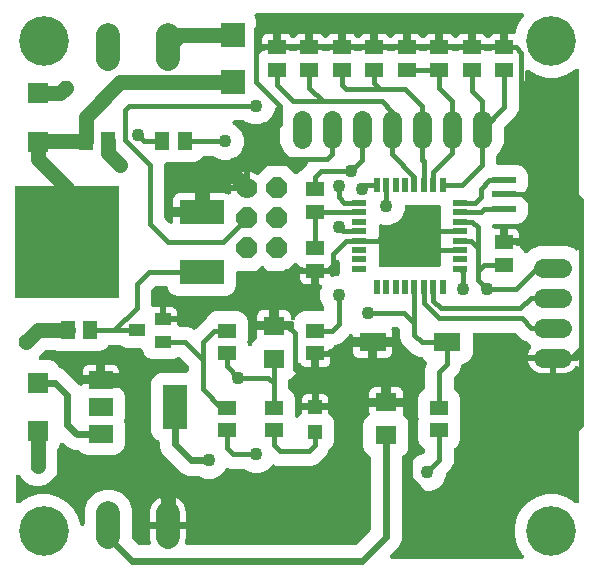
<source format=gbr>
G04 EAGLE Gerber RS-274X export*
G75*
%MOMM*%
%FSLAX34Y34*%
%LPD*%
%INTop Copper*%
%IPPOS*%
%AMOC8*
5,1,8,0,0,1.08239X$1,22.5*%
G01*
%ADD10R,1.500000X1.300000*%
%ADD11C,1.616000*%
%ADD12C,1.778000*%
%ADD13P,1.924489X8X292.500000*%
%ADD14R,1.400000X1.000000*%
%ADD15R,1.200000X1.200000*%
%ADD16R,2.000000X1.500000*%
%ADD17R,2.000000X3.800000*%
%ADD18R,1.800000X1.600000*%
%ADD19C,2.000000*%
%ADD20R,1.700000X1.800000*%
%ADD21R,1.300000X1.500000*%
%ADD22R,3.810000X2.082800*%
%ADD23R,8.890000X9.500000*%
%ADD24R,2.300000X1.600000*%
%ADD25R,2.000000X2.000000*%
%ADD26R,1.270000X0.500000*%
%ADD27R,0.500000X1.270000*%
%ADD28R,2.000000X0.500000*%
%ADD29C,1.270000*%
%ADD30C,0.406400*%
%ADD31C,1.100000*%
%ADD32C,4.200000*%
%ADD33C,0.609600*%
%ADD34P,1.298868X8X22.500000*%

G36*
X439606Y16432D02*
X439606Y16432D01*
X439615Y16431D01*
X439807Y16452D01*
X439998Y16471D01*
X440007Y16473D01*
X440016Y16474D01*
X440198Y16532D01*
X440383Y16589D01*
X440391Y16593D01*
X440399Y16596D01*
X440568Y16689D01*
X440737Y16781D01*
X440744Y16786D01*
X440752Y16791D01*
X440900Y16916D01*
X441046Y17038D01*
X441052Y17045D01*
X441059Y17051D01*
X441178Y17202D01*
X441299Y17352D01*
X441303Y17360D01*
X441308Y17367D01*
X441395Y17538D01*
X441484Y17709D01*
X441487Y17718D01*
X441491Y17726D01*
X441542Y17911D01*
X441596Y18096D01*
X441596Y18105D01*
X441599Y18114D01*
X441613Y18306D01*
X441628Y18498D01*
X441627Y18506D01*
X441628Y18515D01*
X441604Y18708D01*
X441582Y18897D01*
X441579Y18906D01*
X441578Y18915D01*
X441516Y19098D01*
X441457Y19280D01*
X441452Y19288D01*
X441449Y19296D01*
X441354Y19462D01*
X441259Y19631D01*
X441253Y19638D01*
X441248Y19645D01*
X441034Y19898D01*
X440065Y20867D01*
X435963Y27972D01*
X433839Y35898D01*
X433839Y44102D01*
X435963Y52028D01*
X440065Y59133D01*
X445867Y64935D01*
X452972Y69037D01*
X460898Y71161D01*
X469102Y71161D01*
X477028Y69037D01*
X484133Y64935D01*
X485102Y63966D01*
X485109Y63961D01*
X485114Y63954D01*
X485264Y63833D01*
X485413Y63711D01*
X485421Y63707D01*
X485428Y63701D01*
X485598Y63613D01*
X485769Y63523D01*
X485778Y63520D01*
X485785Y63516D01*
X485970Y63463D01*
X486155Y63408D01*
X486164Y63407D01*
X486172Y63404D01*
X486363Y63389D01*
X486556Y63371D01*
X486565Y63372D01*
X486574Y63372D01*
X486763Y63394D01*
X486956Y63415D01*
X486965Y63417D01*
X486973Y63418D01*
X487155Y63478D01*
X487340Y63536D01*
X487348Y63541D01*
X487356Y63543D01*
X487523Y63638D01*
X487692Y63731D01*
X487699Y63737D01*
X487707Y63741D01*
X487852Y63866D01*
X487999Y63992D01*
X488005Y63999D01*
X488012Y64004D01*
X488128Y64155D01*
X488249Y64307D01*
X488253Y64316D01*
X488258Y64322D01*
X488343Y64493D01*
X488431Y64666D01*
X488434Y64675D01*
X488438Y64683D01*
X488487Y64869D01*
X488539Y65054D01*
X488540Y65063D01*
X488542Y65072D01*
X488569Y65403D01*
X488569Y177857D01*
X488553Y178024D01*
X488541Y178192D01*
X488533Y178224D01*
X488529Y178257D01*
X488480Y178418D01*
X488436Y178581D01*
X488421Y178610D01*
X488411Y178642D01*
X488331Y178790D01*
X488256Y178941D01*
X488235Y178967D01*
X488219Y178996D01*
X488112Y179125D01*
X488008Y179258D01*
X487983Y179280D01*
X487962Y179306D01*
X487831Y179411D01*
X487703Y179521D01*
X487674Y179537D01*
X487648Y179558D01*
X487499Y179635D01*
X487352Y179718D01*
X487320Y179728D01*
X487291Y179743D01*
X487129Y179790D01*
X486969Y179842D01*
X486936Y179846D01*
X486904Y179855D01*
X486736Y179869D01*
X486569Y179888D01*
X486536Y179885D01*
X486502Y179888D01*
X486336Y179868D01*
X486168Y179854D01*
X486136Y179845D01*
X486103Y179841D01*
X485943Y179789D01*
X485781Y179742D01*
X485752Y179726D01*
X485720Y179716D01*
X485573Y179633D01*
X485424Y179555D01*
X485398Y179534D01*
X485369Y179518D01*
X485242Y179408D01*
X485111Y179302D01*
X485087Y179274D01*
X485065Y179255D01*
X485012Y179187D01*
X484895Y179051D01*
X484368Y178326D01*
X482904Y176862D01*
X481228Y175644D01*
X479382Y174703D01*
X477412Y174063D01*
X475366Y173739D01*
X468789Y173739D01*
X468789Y184361D01*
X486538Y184361D01*
X486556Y184362D01*
X486574Y184361D01*
X486756Y184382D01*
X486939Y184401D01*
X486956Y184406D01*
X486973Y184408D01*
X487148Y184465D01*
X487324Y184519D01*
X487339Y184527D01*
X487356Y184533D01*
X487516Y184623D01*
X487678Y184710D01*
X487691Y184722D01*
X487707Y184731D01*
X487846Y184851D01*
X487987Y184968D01*
X487998Y184982D01*
X488012Y184994D01*
X488124Y185139D01*
X488239Y185282D01*
X488247Y185298D01*
X488258Y185312D01*
X488340Y185477D01*
X488425Y185639D01*
X488430Y185656D01*
X488438Y185672D01*
X488485Y185851D01*
X488536Y186026D01*
X488538Y186044D01*
X488542Y186061D01*
X488569Y186392D01*
X488569Y187408D01*
X488567Y187426D01*
X488569Y187444D01*
X488548Y187626D01*
X488529Y187809D01*
X488524Y187826D01*
X488522Y187843D01*
X488465Y188018D01*
X488411Y188194D01*
X488403Y188209D01*
X488397Y188226D01*
X488307Y188386D01*
X488219Y188548D01*
X488208Y188561D01*
X488199Y188577D01*
X488079Y188716D01*
X487962Y188857D01*
X487948Y188868D01*
X487936Y188882D01*
X487791Y188994D01*
X487648Y189109D01*
X487632Y189117D01*
X487618Y189128D01*
X487453Y189210D01*
X487291Y189295D01*
X487274Y189300D01*
X487258Y189308D01*
X487079Y189355D01*
X486904Y189406D01*
X486886Y189408D01*
X486869Y189412D01*
X486538Y189439D01*
X466758Y189439D01*
X466740Y189437D01*
X466723Y189439D01*
X466540Y189418D01*
X466358Y189399D01*
X466341Y189394D01*
X466323Y189392D01*
X466245Y189367D01*
X466108Y189406D01*
X466090Y189408D01*
X466073Y189412D01*
X465742Y189439D01*
X445247Y189439D01*
X445333Y189982D01*
X445973Y191952D01*
X446914Y193798D01*
X447561Y194689D01*
X447592Y194741D01*
X447629Y194788D01*
X447693Y194914D01*
X447765Y195037D01*
X447784Y195093D01*
X447811Y195147D01*
X447849Y195283D01*
X447895Y195417D01*
X447903Y195477D01*
X447919Y195535D01*
X447930Y195676D01*
X447948Y195816D01*
X447944Y195876D01*
X447949Y195936D01*
X447931Y196077D01*
X447922Y196218D01*
X447906Y196276D01*
X447898Y196336D01*
X447853Y196470D01*
X447816Y196607D01*
X447789Y196660D01*
X447770Y196717D01*
X447699Y196840D01*
X447636Y196967D01*
X447599Y197014D01*
X447569Y197066D01*
X447439Y197220D01*
X447389Y197284D01*
X447372Y197299D01*
X447354Y197319D01*
X444351Y200322D01*
X444327Y200342D01*
X444307Y200366D01*
X444172Y200470D01*
X444040Y200577D01*
X444012Y200592D01*
X443987Y200611D01*
X443692Y200763D01*
X440793Y201963D01*
X435545Y207212D01*
X435524Y207229D01*
X435506Y207250D01*
X435368Y207357D01*
X435233Y207467D01*
X435209Y207480D01*
X435188Y207496D01*
X435031Y207574D01*
X434877Y207656D01*
X434852Y207664D01*
X434828Y207676D01*
X434658Y207721D01*
X434491Y207771D01*
X434465Y207773D01*
X434439Y207780D01*
X434108Y207807D01*
X400192Y207807D01*
X400174Y207805D01*
X400156Y207807D01*
X399974Y207786D01*
X399791Y207767D01*
X399774Y207762D01*
X399757Y207760D01*
X399582Y207703D01*
X399406Y207649D01*
X399391Y207641D01*
X399374Y207635D01*
X399214Y207545D01*
X399052Y207457D01*
X399039Y207446D01*
X399023Y207437D01*
X398884Y207317D01*
X398743Y207200D01*
X398732Y207186D01*
X398718Y207174D01*
X398606Y207029D01*
X398491Y206886D01*
X398483Y206870D01*
X398472Y206856D01*
X398390Y206691D01*
X398305Y206529D01*
X398300Y206512D01*
X398292Y206496D01*
X398245Y206317D01*
X398194Y206142D01*
X398192Y206124D01*
X398188Y206107D01*
X398161Y205776D01*
X398161Y189979D01*
X396614Y186244D01*
X393756Y183386D01*
X389947Y181808D01*
X389927Y181798D01*
X389906Y181791D01*
X389749Y181703D01*
X389592Y181618D01*
X389575Y181604D01*
X389555Y181593D01*
X389419Y181476D01*
X389281Y181362D01*
X389267Y181344D01*
X389250Y181330D01*
X389141Y181188D01*
X389028Y181049D01*
X389017Y181029D01*
X389004Y181012D01*
X388924Y180851D01*
X388841Y180693D01*
X388834Y180671D01*
X388824Y180651D01*
X388778Y180478D01*
X388728Y180306D01*
X388726Y180284D01*
X388720Y180263D01*
X388693Y179932D01*
X388693Y179075D01*
X386837Y174593D01*
X382788Y170545D01*
X382771Y170524D01*
X382750Y170506D01*
X382643Y170368D01*
X382533Y170233D01*
X382520Y170209D01*
X382504Y170188D01*
X382426Y170031D01*
X382344Y169877D01*
X382336Y169852D01*
X382324Y169828D01*
X382279Y169657D01*
X382229Y169491D01*
X382227Y169465D01*
X382220Y169439D01*
X382193Y169108D01*
X382193Y161411D01*
X382195Y161389D01*
X382193Y161367D01*
X382215Y161189D01*
X382233Y161011D01*
X382239Y160989D01*
X382242Y160967D01*
X382298Y160797D01*
X382351Y160626D01*
X382361Y160606D01*
X382368Y160585D01*
X382457Y160429D01*
X382543Y160272D01*
X382557Y160255D01*
X382568Y160235D01*
X382686Y160100D01*
X382800Y159963D01*
X382818Y159949D01*
X382832Y159932D01*
X382975Y159822D01*
X383114Y159710D01*
X383134Y159700D01*
X383152Y159686D01*
X383217Y159653D01*
X386114Y156756D01*
X387661Y153021D01*
X387661Y135979D01*
X387577Y135777D01*
X387569Y135752D01*
X387557Y135728D01*
X387511Y135560D01*
X387461Y135392D01*
X387458Y135365D01*
X387451Y135339D01*
X387439Y135165D01*
X387423Y134991D01*
X387425Y134964D01*
X387424Y134938D01*
X387446Y134765D01*
X387464Y134591D01*
X387472Y134565D01*
X387476Y134539D01*
X387577Y134223D01*
X387661Y134021D01*
X387661Y116979D01*
X386114Y113244D01*
X383206Y110336D01*
X383092Y110275D01*
X383075Y110261D01*
X383055Y110250D01*
X382920Y110133D01*
X382781Y110019D01*
X382767Y110001D01*
X382750Y109987D01*
X382641Y109846D01*
X382528Y109706D01*
X382517Y109686D01*
X382504Y109669D01*
X382424Y109509D01*
X382341Y109350D01*
X382334Y109328D01*
X382324Y109308D01*
X382278Y109134D01*
X382228Y108963D01*
X382226Y108941D01*
X382220Y108919D01*
X382193Y108589D01*
X382193Y97575D01*
X380337Y93093D01*
X376256Y89013D01*
X376239Y88992D01*
X376218Y88974D01*
X376111Y88836D01*
X376001Y88701D01*
X375988Y88677D01*
X375972Y88656D01*
X375894Y88499D01*
X375812Y88345D01*
X375804Y88320D01*
X375792Y88296D01*
X375747Y88126D01*
X375697Y87959D01*
X375695Y87933D01*
X375688Y87907D01*
X375661Y87576D01*
X375661Y86885D01*
X373277Y81129D01*
X368871Y76723D01*
X363115Y74339D01*
X356885Y74339D01*
X351129Y76723D01*
X346723Y81129D01*
X344339Y86885D01*
X344339Y93115D01*
X346723Y98871D01*
X351129Y103277D01*
X356553Y105523D01*
X356573Y105534D01*
X356594Y105541D01*
X356750Y105629D01*
X356908Y105714D01*
X356925Y105728D01*
X356945Y105739D01*
X357080Y105856D01*
X357219Y105970D01*
X357233Y105987D01*
X357250Y106002D01*
X357359Y106143D01*
X357472Y106283D01*
X357483Y106302D01*
X357496Y106320D01*
X357576Y106481D01*
X357659Y106639D01*
X357666Y106660D01*
X357676Y106681D01*
X357722Y106854D01*
X357772Y107026D01*
X357774Y107048D01*
X357780Y107069D01*
X357807Y107400D01*
X357807Y108589D01*
X357805Y108611D01*
X357807Y108633D01*
X357785Y108811D01*
X357767Y108989D01*
X357761Y109011D01*
X357758Y109033D01*
X357702Y109203D01*
X357649Y109374D01*
X357639Y109394D01*
X357632Y109415D01*
X357543Y109571D01*
X357457Y109728D01*
X357443Y109745D01*
X357432Y109765D01*
X357314Y109900D01*
X357200Y110037D01*
X357182Y110051D01*
X357168Y110068D01*
X357025Y110178D01*
X356886Y110290D01*
X356866Y110300D01*
X356848Y110314D01*
X356783Y110347D01*
X353886Y113244D01*
X352339Y116979D01*
X352339Y134021D01*
X352423Y134223D01*
X352431Y134248D01*
X352443Y134272D01*
X352489Y134441D01*
X352539Y134608D01*
X352542Y134635D01*
X352549Y134661D01*
X352561Y134836D01*
X352577Y135009D01*
X352575Y135035D01*
X352576Y135062D01*
X352554Y135236D01*
X352536Y135409D01*
X352528Y135435D01*
X352524Y135461D01*
X352423Y135777D01*
X352339Y135979D01*
X352339Y153021D01*
X353886Y156756D01*
X356794Y159664D01*
X356908Y159725D01*
X356925Y159739D01*
X356945Y159750D01*
X357080Y159867D01*
X357219Y159981D01*
X357233Y159999D01*
X357250Y160013D01*
X357359Y160154D01*
X357472Y160294D01*
X357483Y160314D01*
X357496Y160331D01*
X357576Y160491D01*
X357659Y160650D01*
X357666Y160672D01*
X357676Y160692D01*
X357722Y160866D01*
X357772Y161037D01*
X357774Y161059D01*
X357780Y161081D01*
X357807Y161411D01*
X357807Y177425D01*
X359455Y181403D01*
X359461Y181424D01*
X359471Y181444D01*
X359519Y181616D01*
X359571Y181788D01*
X359573Y181810D01*
X359579Y181832D01*
X359592Y182011D01*
X359609Y182189D01*
X359607Y182211D01*
X359609Y182233D01*
X359586Y182412D01*
X359568Y182589D01*
X359561Y182610D01*
X359558Y182633D01*
X359501Y182803D01*
X359448Y182974D01*
X359437Y182993D01*
X359430Y183014D01*
X359340Y183170D01*
X359255Y183327D01*
X359240Y183344D01*
X359229Y183363D01*
X359014Y183616D01*
X356386Y186244D01*
X356258Y186553D01*
X356248Y186573D01*
X356241Y186594D01*
X356153Y186750D01*
X356068Y186908D01*
X356054Y186925D01*
X356043Y186945D01*
X355926Y187080D01*
X355812Y187219D01*
X355794Y187233D01*
X355780Y187250D01*
X355638Y187359D01*
X355499Y187472D01*
X355479Y187483D01*
X355462Y187496D01*
X355301Y187576D01*
X355143Y187659D01*
X355121Y187666D01*
X355101Y187676D01*
X354928Y187722D01*
X354756Y187772D01*
X354734Y187774D01*
X354712Y187780D01*
X354382Y187807D01*
X352575Y187807D01*
X348093Y189663D01*
X338663Y199093D01*
X336807Y203575D01*
X336807Y210108D01*
X336805Y210135D01*
X336807Y210162D01*
X336785Y210335D01*
X336767Y210509D01*
X336759Y210535D01*
X336756Y210561D01*
X336701Y210727D01*
X336649Y210894D01*
X336636Y210917D01*
X336628Y210943D01*
X336541Y211094D01*
X336457Y211248D01*
X336440Y211268D01*
X336427Y211292D01*
X336212Y211545D01*
X335545Y212212D01*
X335524Y212229D01*
X335506Y212250D01*
X335368Y212357D01*
X335233Y212467D01*
X335209Y212480D01*
X335188Y212496D01*
X335032Y212574D01*
X334877Y212656D01*
X334852Y212664D01*
X334828Y212676D01*
X334658Y212721D01*
X334491Y212771D01*
X334465Y212773D01*
X334439Y212780D01*
X334108Y212807D01*
X331548Y212807D01*
X331535Y212806D01*
X331521Y212807D01*
X331335Y212786D01*
X331147Y212767D01*
X331135Y212763D01*
X331121Y212762D01*
X330942Y212704D01*
X330763Y212649D01*
X330751Y212643D01*
X330738Y212639D01*
X330574Y212547D01*
X330409Y212457D01*
X330398Y212449D01*
X330386Y212442D01*
X330243Y212319D01*
X330099Y212200D01*
X330091Y212189D01*
X330081Y212181D01*
X329964Y212032D01*
X329847Y211886D01*
X329841Y211874D01*
X329832Y211864D01*
X329747Y211694D01*
X329661Y211529D01*
X329658Y211516D01*
X329652Y211504D01*
X329602Y211322D01*
X329550Y211142D01*
X329549Y211128D01*
X329545Y211115D01*
X329533Y210929D01*
X329517Y210740D01*
X329519Y210727D01*
X329518Y210714D01*
X329542Y210528D01*
X329564Y210341D01*
X329568Y210328D01*
X329570Y210315D01*
X329671Y209999D01*
X329885Y209482D01*
X330081Y208500D01*
X330081Y203999D01*
X315468Y203999D01*
X315450Y203997D01*
X315433Y203999D01*
X315250Y203978D01*
X315068Y203959D01*
X315051Y203954D01*
X315033Y203952D01*
X314858Y203895D01*
X314683Y203841D01*
X314667Y203833D01*
X314650Y203827D01*
X314490Y203737D01*
X314329Y203649D01*
X314315Y203638D01*
X314299Y203629D01*
X314160Y203509D01*
X314019Y203392D01*
X314008Y203378D01*
X313995Y203366D01*
X313882Y203221D01*
X313767Y203078D01*
X313759Y203062D01*
X313748Y203048D01*
X313666Y202883D01*
X313582Y202721D01*
X313577Y202704D01*
X313569Y202688D01*
X313521Y202509D01*
X313502Y202445D01*
X313459Y202578D01*
X313405Y202754D01*
X313397Y202769D01*
X313391Y202786D01*
X313301Y202946D01*
X313213Y203108D01*
X313202Y203121D01*
X313193Y203137D01*
X313073Y203276D01*
X312955Y203417D01*
X312942Y203428D01*
X312930Y203442D01*
X312785Y203554D01*
X312642Y203669D01*
X312626Y203677D01*
X312612Y203688D01*
X312447Y203770D01*
X312284Y203855D01*
X312267Y203860D01*
X312251Y203868D01*
X312073Y203915D01*
X311898Y203966D01*
X311880Y203968D01*
X311863Y203972D01*
X311532Y203999D01*
X296919Y203999D01*
X296919Y204772D01*
X296918Y204781D01*
X296919Y204790D01*
X296898Y204984D01*
X296879Y205173D01*
X296877Y205181D01*
X296876Y205190D01*
X296818Y205373D01*
X296761Y205558D01*
X296757Y205566D01*
X296754Y205574D01*
X296661Y205743D01*
X296569Y205912D01*
X296564Y205919D01*
X296559Y205927D01*
X296435Y206073D01*
X296312Y206221D01*
X296305Y206227D01*
X296299Y206234D01*
X296148Y206353D01*
X295998Y206473D01*
X295990Y206478D01*
X295983Y206483D01*
X295810Y206571D01*
X295641Y206659D01*
X295632Y206661D01*
X295624Y206665D01*
X295438Y206717D01*
X295254Y206770D01*
X295245Y206771D01*
X295236Y206773D01*
X295043Y206788D01*
X294852Y206803D01*
X294844Y206802D01*
X294835Y206803D01*
X294642Y206779D01*
X294453Y206756D01*
X294444Y206754D01*
X294435Y206752D01*
X294252Y206691D01*
X294070Y206631D01*
X294062Y206627D01*
X294054Y206624D01*
X293887Y206528D01*
X293719Y206434D01*
X293712Y206428D01*
X293705Y206423D01*
X293452Y206209D01*
X286407Y199163D01*
X281906Y197299D01*
X281791Y197285D01*
X281617Y197267D01*
X281592Y197260D01*
X281565Y197256D01*
X281400Y197201D01*
X281233Y197149D01*
X281209Y197136D01*
X281184Y197128D01*
X281032Y197041D01*
X280879Y196957D01*
X280858Y196940D01*
X280835Y196927D01*
X280582Y196712D01*
X278176Y194306D01*
X278159Y194286D01*
X278138Y194268D01*
X278031Y194130D01*
X277921Y193995D01*
X277908Y193971D01*
X277892Y193950D01*
X277814Y193793D01*
X277790Y193749D01*
X277122Y193749D01*
X277091Y193746D01*
X277060Y193748D01*
X276890Y193726D01*
X276721Y193709D01*
X276692Y193700D01*
X276661Y193696D01*
X276345Y193595D01*
X274521Y192839D01*
X266218Y192839D01*
X266200Y192837D01*
X266183Y192839D01*
X266000Y192818D01*
X265818Y192799D01*
X265801Y192794D01*
X265783Y192792D01*
X265608Y192735D01*
X265433Y192681D01*
X265417Y192673D01*
X265400Y192667D01*
X265240Y192577D01*
X265079Y192489D01*
X265065Y192478D01*
X265049Y192469D01*
X264910Y192349D01*
X264769Y192232D01*
X264758Y192218D01*
X264745Y192206D01*
X264632Y192061D01*
X264517Y191918D01*
X264509Y191902D01*
X264498Y191888D01*
X264416Y191723D01*
X264332Y191561D01*
X264327Y191544D01*
X264319Y191528D01*
X264271Y191349D01*
X264260Y191313D01*
X263782Y191313D01*
X263764Y191311D01*
X263746Y191313D01*
X263564Y191291D01*
X263381Y191273D01*
X263364Y191268D01*
X263347Y191266D01*
X263172Y191209D01*
X262996Y191155D01*
X262981Y191147D01*
X262964Y191141D01*
X262804Y191051D01*
X262642Y190963D01*
X262629Y190952D01*
X262613Y190943D01*
X262474Y190823D01*
X262333Y190705D01*
X262322Y190692D01*
X262308Y190680D01*
X262196Y190535D01*
X262081Y190392D01*
X262073Y190376D01*
X262062Y190362D01*
X261980Y190197D01*
X261895Y190034D01*
X261890Y190017D01*
X261882Y190001D01*
X261834Y189823D01*
X261784Y189648D01*
X261782Y189630D01*
X261778Y189613D01*
X261751Y189282D01*
X261751Y178919D01*
X257000Y178919D01*
X256018Y179115D01*
X255093Y179498D01*
X254261Y180054D01*
X253554Y180761D01*
X252893Y181749D01*
X252880Y181775D01*
X252876Y181779D01*
X252873Y181784D01*
X252750Y181933D01*
X252624Y182085D01*
X252619Y182089D01*
X252616Y182093D01*
X252464Y182215D01*
X252312Y182339D01*
X252306Y182342D01*
X252302Y182346D01*
X252130Y182435D01*
X251955Y182527D01*
X251950Y182529D01*
X251945Y182531D01*
X251758Y182585D01*
X251569Y182640D01*
X251563Y182641D01*
X251558Y182643D01*
X251361Y182659D01*
X251168Y182676D01*
X251162Y182675D01*
X251156Y182675D01*
X250963Y182653D01*
X250768Y182631D01*
X250762Y182629D01*
X250757Y182628D01*
X250570Y182568D01*
X250384Y182508D01*
X250379Y182505D01*
X250374Y182504D01*
X250202Y182407D01*
X250033Y182312D01*
X250028Y182309D01*
X250023Y182306D01*
X249876Y182178D01*
X249726Y182051D01*
X249723Y182046D01*
X249718Y182043D01*
X249600Y181890D01*
X249478Y181734D01*
X249475Y181729D01*
X249472Y181724D01*
X249385Y181549D01*
X249297Y181375D01*
X249295Y181369D01*
X249292Y181364D01*
X249241Y181173D01*
X249190Y180986D01*
X249189Y180981D01*
X249188Y180975D01*
X249161Y180644D01*
X249161Y175979D01*
X247614Y172244D01*
X244756Y169386D01*
X243447Y168844D01*
X243427Y168833D01*
X243406Y168827D01*
X243250Y168738D01*
X243092Y168654D01*
X243075Y168640D01*
X243055Y168629D01*
X242920Y168512D01*
X242781Y168397D01*
X242767Y168380D01*
X242750Y168365D01*
X242641Y168224D01*
X242528Y168085D01*
X242517Y168065D01*
X242504Y168047D01*
X242424Y167887D01*
X242341Y167728D01*
X242334Y167707D01*
X242324Y167687D01*
X242278Y167513D01*
X242228Y167342D01*
X242226Y167320D01*
X242220Y167298D01*
X242193Y166967D01*
X242193Y161411D01*
X242195Y161389D01*
X242193Y161367D01*
X242215Y161189D01*
X242233Y161011D01*
X242239Y160989D01*
X242242Y160967D01*
X242298Y160797D01*
X242351Y160626D01*
X242361Y160606D01*
X242368Y160585D01*
X242457Y160429D01*
X242543Y160272D01*
X242557Y160255D01*
X242568Y160235D01*
X242686Y160100D01*
X242800Y159963D01*
X242818Y159949D01*
X242832Y159932D01*
X242975Y159822D01*
X243114Y159710D01*
X243134Y159700D01*
X243152Y159686D01*
X243217Y159653D01*
X246114Y156756D01*
X247661Y153021D01*
X247661Y138034D01*
X247662Y138025D01*
X247661Y138016D01*
X247682Y137824D01*
X247701Y137633D01*
X247703Y137625D01*
X247704Y137616D01*
X247762Y137434D01*
X247819Y137248D01*
X247823Y137241D01*
X247826Y137232D01*
X247919Y137064D01*
X248011Y136894D01*
X248016Y136888D01*
X248021Y136880D01*
X248147Y136731D01*
X248268Y136585D01*
X248275Y136580D01*
X248281Y136573D01*
X248433Y136453D01*
X248582Y136333D01*
X248590Y136329D01*
X248597Y136323D01*
X248769Y136236D01*
X248939Y136147D01*
X248948Y136145D01*
X248956Y136141D01*
X249142Y136089D01*
X249326Y136036D01*
X249335Y136035D01*
X249344Y136033D01*
X249536Y136019D01*
X249728Y136003D01*
X249736Y136004D01*
X249745Y136003D01*
X249938Y136028D01*
X250127Y136050D01*
X250136Y136053D01*
X250145Y136054D01*
X250328Y136115D01*
X250510Y136175D01*
X250518Y136179D01*
X250526Y136182D01*
X250692Y136277D01*
X250861Y136373D01*
X250868Y136379D01*
X250875Y136383D01*
X251128Y136598D01*
X253324Y138794D01*
X253341Y138814D01*
X253362Y138832D01*
X253468Y138970D01*
X253579Y139105D01*
X253592Y139129D01*
X253608Y139150D01*
X253686Y139306D01*
X253768Y139461D01*
X253776Y139487D01*
X253788Y139511D01*
X253833Y139680D01*
X253883Y139847D01*
X253885Y139873D01*
X253892Y139899D01*
X253919Y140230D01*
X253919Y142101D01*
X264032Y142101D01*
X264050Y142102D01*
X264067Y142101D01*
X264250Y142122D01*
X264432Y142141D01*
X264449Y142146D01*
X264467Y142148D01*
X264642Y142205D01*
X264817Y142259D01*
X264833Y142267D01*
X264850Y142273D01*
X264999Y142357D01*
X265053Y142330D01*
X265216Y142245D01*
X265233Y142240D01*
X265249Y142232D01*
X265427Y142184D01*
X265602Y142134D01*
X265620Y142132D01*
X265637Y142128D01*
X265968Y142101D01*
X276081Y142101D01*
X276081Y140230D01*
X276083Y140204D01*
X276081Y140177D01*
X276103Y140003D01*
X276121Y139829D01*
X276128Y139804D01*
X276132Y139777D01*
X276187Y139612D01*
X276239Y139445D01*
X276252Y139421D01*
X276260Y139396D01*
X276347Y139244D01*
X276431Y139091D01*
X276448Y139070D01*
X276461Y139047D01*
X276676Y138794D01*
X279614Y135856D01*
X281161Y132121D01*
X281161Y116079D01*
X279614Y112344D01*
X277371Y110102D01*
X277352Y110078D01*
X277328Y110057D01*
X277224Y109922D01*
X277116Y109790D01*
X277102Y109763D01*
X277083Y109738D01*
X276931Y109443D01*
X275337Y105593D01*
X266907Y97163D01*
X262425Y95307D01*
X232575Y95307D01*
X230208Y96287D01*
X230187Y96294D01*
X230167Y96304D01*
X229995Y96352D01*
X229823Y96404D01*
X229801Y96406D01*
X229779Y96412D01*
X229600Y96425D01*
X229422Y96442D01*
X229400Y96440D01*
X229378Y96441D01*
X229200Y96419D01*
X229022Y96400D01*
X229000Y96394D01*
X228978Y96391D01*
X228808Y96334D01*
X228637Y96281D01*
X228618Y96270D01*
X228597Y96263D01*
X228441Y96173D01*
X228284Y96087D01*
X228267Y96073D01*
X228248Y96062D01*
X227995Y95847D01*
X223871Y91723D01*
X218115Y89339D01*
X211885Y89339D01*
X206129Y91723D01*
X205640Y92212D01*
X205619Y92229D01*
X205602Y92250D01*
X205464Y92357D01*
X205329Y92467D01*
X205305Y92480D01*
X205284Y92496D01*
X205127Y92574D01*
X204973Y92656D01*
X204947Y92664D01*
X204923Y92676D01*
X204754Y92721D01*
X204587Y92771D01*
X204560Y92773D01*
X204534Y92780D01*
X204204Y92807D01*
X192575Y92807D01*
X191376Y93304D01*
X191359Y93309D01*
X191343Y93317D01*
X191167Y93367D01*
X190991Y93420D01*
X190973Y93422D01*
X190956Y93427D01*
X190773Y93441D01*
X190590Y93458D01*
X190572Y93457D01*
X190554Y93458D01*
X190373Y93436D01*
X190189Y93417D01*
X190172Y93411D01*
X190155Y93409D01*
X189981Y93352D01*
X189805Y93297D01*
X189789Y93288D01*
X189772Y93283D01*
X189614Y93192D01*
X189452Y93104D01*
X189438Y93092D01*
X189423Y93083D01*
X189285Y92963D01*
X189144Y92845D01*
X189132Y92830D01*
X189119Y92819D01*
X189007Y92674D01*
X188893Y92530D01*
X188885Y92514D01*
X188874Y92500D01*
X188722Y92204D01*
X188277Y91129D01*
X183871Y86723D01*
X178115Y84339D01*
X171885Y84339D01*
X166339Y86637D01*
X166309Y86646D01*
X166281Y86660D01*
X166116Y86704D01*
X165953Y86753D01*
X165922Y86756D01*
X165892Y86764D01*
X165561Y86791D01*
X157373Y86791D01*
X152518Y88802D01*
X135302Y106018D01*
X133291Y110873D01*
X133291Y114974D01*
X133289Y114996D01*
X133291Y115018D01*
X133269Y115196D01*
X133251Y115375D01*
X133245Y115396D01*
X133242Y115418D01*
X133186Y115588D01*
X133133Y115760D01*
X133123Y115779D01*
X133116Y115800D01*
X133027Y115956D01*
X132941Y116114D01*
X132927Y116131D01*
X132916Y116150D01*
X132798Y116286D01*
X132684Y116423D01*
X132666Y116437D01*
X132652Y116454D01*
X132510Y116563D01*
X132370Y116675D01*
X132350Y116685D01*
X132332Y116699D01*
X132037Y116851D01*
X130744Y117386D01*
X127886Y120244D01*
X126339Y123979D01*
X126339Y166021D01*
X127886Y169756D01*
X130744Y172614D01*
X134479Y174161D01*
X155776Y174161D01*
X155794Y174163D01*
X155812Y174161D01*
X155994Y174182D01*
X156177Y174201D01*
X156194Y174206D01*
X156211Y174208D01*
X156386Y174265D01*
X156562Y174319D01*
X156577Y174327D01*
X156594Y174333D01*
X156754Y174423D01*
X156916Y174511D01*
X156929Y174522D01*
X156945Y174531D01*
X157084Y174651D01*
X157225Y174768D01*
X157236Y174782D01*
X157250Y174794D01*
X157362Y174939D01*
X157477Y175082D01*
X157485Y175098D01*
X157496Y175112D01*
X157578Y175277D01*
X157663Y175439D01*
X157668Y175456D01*
X157676Y175472D01*
X157723Y175651D01*
X157774Y175826D01*
X157776Y175844D01*
X157780Y175861D01*
X157807Y176192D01*
X157807Y179108D01*
X157805Y179135D01*
X157807Y179162D01*
X157785Y179335D01*
X157767Y179509D01*
X157760Y179534D01*
X157756Y179561D01*
X157701Y179727D01*
X157649Y179894D01*
X157636Y179917D01*
X157628Y179943D01*
X157541Y180094D01*
X157457Y180248D01*
X157440Y180268D01*
X157427Y180292D01*
X157212Y180545D01*
X151211Y186546D01*
X151194Y186560D01*
X151179Y186577D01*
X151038Y186687D01*
X150899Y186801D01*
X150880Y186811D01*
X150862Y186825D01*
X150702Y186906D01*
X150544Y186990D01*
X150522Y186996D01*
X150502Y187006D01*
X150330Y187053D01*
X150158Y187104D01*
X150136Y187106D01*
X150114Y187112D01*
X149935Y187125D01*
X149757Y187141D01*
X149735Y187138D01*
X149712Y187140D01*
X149535Y187117D01*
X149357Y187097D01*
X149335Y187091D01*
X149313Y187088D01*
X148997Y186986D01*
X145021Y185339D01*
X126979Y185339D01*
X123244Y186886D01*
X120386Y189744D01*
X118795Y193585D01*
X118785Y193605D01*
X118778Y193626D01*
X118689Y193783D01*
X118605Y193940D01*
X118591Y193957D01*
X118580Y193977D01*
X118463Y194113D01*
X118349Y194251D01*
X118331Y194265D01*
X118317Y194282D01*
X118175Y194391D01*
X118036Y194504D01*
X118016Y194515D01*
X117999Y194528D01*
X117838Y194608D01*
X117679Y194691D01*
X117658Y194698D01*
X117638Y194708D01*
X117465Y194754D01*
X117293Y194804D01*
X117271Y194806D01*
X117249Y194812D01*
X116919Y194839D01*
X104979Y194839D01*
X101244Y196386D01*
X100418Y197212D01*
X100398Y197229D01*
X100380Y197250D01*
X100242Y197356D01*
X100107Y197467D01*
X100083Y197480D01*
X100062Y197496D01*
X99906Y197574D01*
X99751Y197656D01*
X99725Y197664D01*
X99701Y197676D01*
X99532Y197721D01*
X99365Y197771D01*
X99339Y197773D01*
X99313Y197780D01*
X98982Y197807D01*
X91411Y197807D01*
X91389Y197805D01*
X91367Y197807D01*
X91189Y197785D01*
X91011Y197767D01*
X90989Y197761D01*
X90967Y197758D01*
X90797Y197702D01*
X90626Y197649D01*
X90606Y197639D01*
X90585Y197632D01*
X90429Y197543D01*
X90272Y197457D01*
X90255Y197443D01*
X90235Y197432D01*
X90100Y197314D01*
X89963Y197200D01*
X89949Y197182D01*
X89932Y197168D01*
X89822Y197025D01*
X89710Y196886D01*
X89700Y196866D01*
X89686Y196848D01*
X89653Y196783D01*
X86756Y193886D01*
X83021Y192339D01*
X65979Y192339D01*
X65777Y192423D01*
X65752Y192431D01*
X65728Y192443D01*
X65560Y192489D01*
X65392Y192539D01*
X65365Y192542D01*
X65339Y192549D01*
X65165Y192561D01*
X64991Y192577D01*
X64964Y192575D01*
X64938Y192576D01*
X64765Y192554D01*
X64591Y192536D01*
X64565Y192528D01*
X64539Y192524D01*
X64223Y192423D01*
X64021Y192339D01*
X46979Y192339D01*
X44576Y193335D01*
X44546Y193344D01*
X44518Y193358D01*
X44353Y193402D01*
X44190Y193451D01*
X44159Y193454D01*
X44129Y193462D01*
X43799Y193489D01*
X37680Y193489D01*
X37654Y193487D01*
X37627Y193489D01*
X37453Y193467D01*
X37280Y193449D01*
X37254Y193442D01*
X37228Y193438D01*
X37062Y193383D01*
X36895Y193331D01*
X36871Y193318D01*
X36846Y193310D01*
X36695Y193223D01*
X36541Y193139D01*
X36520Y193122D01*
X36497Y193109D01*
X36244Y192894D01*
X31478Y188128D01*
X31472Y188121D01*
X31465Y188116D01*
X31345Y187966D01*
X31223Y187817D01*
X31219Y187809D01*
X31213Y187802D01*
X31125Y187632D01*
X31034Y187461D01*
X31032Y187452D01*
X31028Y187445D01*
X30974Y187260D01*
X30920Y187075D01*
X30919Y187066D01*
X30916Y187058D01*
X30901Y186866D01*
X30883Y186674D01*
X30884Y186665D01*
X30883Y186656D01*
X30906Y186467D01*
X30927Y186274D01*
X30929Y186265D01*
X30930Y186257D01*
X30990Y186075D01*
X31048Y185890D01*
X31052Y185882D01*
X31055Y185874D01*
X31150Y185705D01*
X31243Y185538D01*
X31249Y185531D01*
X31253Y185523D01*
X31379Y185377D01*
X31503Y185231D01*
X31510Y185225D01*
X31516Y185218D01*
X31668Y185101D01*
X31819Y184981D01*
X31827Y184977D01*
X31834Y184972D01*
X32006Y184886D01*
X32178Y184799D01*
X32187Y184796D01*
X32195Y184792D01*
X32381Y184742D01*
X32566Y184691D01*
X32575Y184690D01*
X32584Y184688D01*
X32914Y184661D01*
X40521Y184661D01*
X44256Y183114D01*
X47114Y180256D01*
X47562Y179172D01*
X47575Y179149D01*
X47584Y179123D01*
X47670Y178972D01*
X47753Y178818D01*
X47770Y178797D01*
X47783Y178774D01*
X47898Y178641D01*
X48009Y178507D01*
X48030Y178490D01*
X48047Y178470D01*
X48186Y178364D01*
X48322Y178253D01*
X48345Y178241D01*
X48367Y178225D01*
X48662Y178073D01*
X51982Y176698D01*
X64952Y163728D01*
X64959Y163723D01*
X64964Y163716D01*
X65114Y163595D01*
X65263Y163473D01*
X65271Y163469D01*
X65278Y163463D01*
X65448Y163375D01*
X65619Y163285D01*
X65628Y163282D01*
X65635Y163278D01*
X65820Y163225D01*
X66005Y163170D01*
X66014Y163169D01*
X66022Y163166D01*
X66214Y163151D01*
X66406Y163133D01*
X66415Y163134D01*
X66424Y163134D01*
X66613Y163156D01*
X66806Y163177D01*
X66815Y163179D01*
X66823Y163181D01*
X67005Y163240D01*
X67190Y163298D01*
X67198Y163303D01*
X67206Y163305D01*
X67375Y163400D01*
X67542Y163493D01*
X67549Y163499D01*
X67557Y163503D01*
X67703Y163629D01*
X67849Y163754D01*
X67855Y163761D01*
X67862Y163766D01*
X67979Y163918D01*
X68099Y164070D01*
X68103Y164078D01*
X68108Y164085D01*
X68191Y164251D01*
X81782Y164251D01*
X81800Y164252D01*
X81817Y164251D01*
X82000Y164272D01*
X82182Y164291D01*
X82199Y164296D01*
X82217Y164298D01*
X82392Y164355D01*
X82567Y164409D01*
X82583Y164417D01*
X82600Y164423D01*
X82760Y164513D01*
X82921Y164600D01*
X82935Y164612D01*
X82951Y164621D01*
X83090Y164741D01*
X83231Y164858D01*
X83242Y164872D01*
X83255Y164884D01*
X83368Y165029D01*
X83483Y165172D01*
X83491Y165188D01*
X83502Y165202D01*
X83503Y165204D01*
X83537Y165142D01*
X83548Y165129D01*
X83557Y165113D01*
X83677Y164974D01*
X83795Y164833D01*
X83808Y164822D01*
X83820Y164808D01*
X83965Y164696D01*
X84108Y164581D01*
X84124Y164573D01*
X84138Y164562D01*
X84303Y164480D01*
X84466Y164395D01*
X84483Y164390D01*
X84499Y164382D01*
X84677Y164334D01*
X84852Y164284D01*
X84870Y164282D01*
X84887Y164278D01*
X85218Y164251D01*
X98581Y164251D01*
X98581Y162630D01*
X98583Y162604D01*
X98581Y162577D01*
X98603Y162403D01*
X98621Y162229D01*
X98628Y162204D01*
X98632Y162177D01*
X98687Y162012D01*
X98739Y161845D01*
X98752Y161821D01*
X98760Y161796D01*
X98847Y161644D01*
X98931Y161491D01*
X98948Y161470D01*
X98961Y161447D01*
X99176Y161194D01*
X102114Y158256D01*
X103661Y154521D01*
X103661Y135479D01*
X103163Y134277D01*
X103155Y134252D01*
X103143Y134228D01*
X103097Y134059D01*
X103047Y133892D01*
X103044Y133865D01*
X103037Y133839D01*
X103025Y133664D01*
X103008Y133491D01*
X103011Y133465D01*
X103009Y133438D01*
X103032Y133264D01*
X103050Y133091D01*
X103058Y133065D01*
X103061Y133039D01*
X103163Y132723D01*
X103661Y131521D01*
X103661Y112479D01*
X102114Y108744D01*
X99256Y105886D01*
X95521Y104339D01*
X71479Y104339D01*
X67744Y105886D01*
X65434Y108196D01*
X65414Y108213D01*
X65396Y108234D01*
X65258Y108341D01*
X65123Y108451D01*
X65099Y108464D01*
X65078Y108480D01*
X64921Y108558D01*
X64767Y108640D01*
X64742Y108648D01*
X64717Y108660D01*
X64548Y108705D01*
X64381Y108755D01*
X64355Y108757D01*
X64329Y108764D01*
X63998Y108791D01*
X60373Y108791D01*
X55518Y110802D01*
X52035Y114285D01*
X52024Y114294D01*
X52016Y114304D01*
X51869Y114421D01*
X51723Y114540D01*
X51711Y114547D01*
X51701Y114555D01*
X51534Y114641D01*
X51368Y114729D01*
X51355Y114733D01*
X51343Y114739D01*
X51162Y114790D01*
X50982Y114844D01*
X50968Y114845D01*
X50955Y114849D01*
X50770Y114863D01*
X50581Y114880D01*
X50567Y114879D01*
X50554Y114880D01*
X50369Y114857D01*
X50180Y114837D01*
X50167Y114833D01*
X50154Y114831D01*
X49977Y114772D01*
X49797Y114715D01*
X49785Y114709D01*
X49772Y114705D01*
X49608Y114611D01*
X49444Y114520D01*
X49434Y114512D01*
X49422Y114505D01*
X49280Y114381D01*
X49137Y114260D01*
X49129Y114249D01*
X49119Y114241D01*
X49004Y114092D01*
X48888Y113944D01*
X48882Y113932D01*
X48873Y113921D01*
X48722Y113626D01*
X47114Y109744D01*
X47106Y109736D01*
X47089Y109716D01*
X47068Y109698D01*
X46961Y109560D01*
X46851Y109425D01*
X46838Y109401D01*
X46822Y109380D01*
X46744Y109223D01*
X46662Y109069D01*
X46654Y109044D01*
X46642Y109019D01*
X46597Y108850D01*
X46547Y108683D01*
X46545Y108657D01*
X46538Y108631D01*
X46511Y108300D01*
X46511Y91716D01*
X46315Y91244D01*
X46306Y91214D01*
X46292Y91186D01*
X46248Y91021D01*
X46199Y90859D01*
X46196Y90828D01*
X46188Y90798D01*
X46161Y90467D01*
X46161Y88306D01*
X44633Y86778D01*
X44613Y86754D01*
X44590Y86733D01*
X44486Y86598D01*
X44378Y86467D01*
X44363Y86439D01*
X44344Y86414D01*
X44193Y86119D01*
X43997Y85647D01*
X39353Y81003D01*
X38881Y80807D01*
X38853Y80793D01*
X38824Y80783D01*
X38676Y80698D01*
X38526Y80617D01*
X38502Y80597D01*
X38475Y80582D01*
X38222Y80367D01*
X36694Y78839D01*
X34533Y78839D01*
X34502Y78836D01*
X34471Y78838D01*
X34302Y78816D01*
X34133Y78799D01*
X34103Y78790D01*
X34072Y78786D01*
X33756Y78685D01*
X33284Y78489D01*
X26716Y78489D01*
X26244Y78685D01*
X26214Y78694D01*
X26186Y78708D01*
X26021Y78752D01*
X25859Y78801D01*
X25828Y78804D01*
X25798Y78812D01*
X25467Y78839D01*
X23306Y78839D01*
X21778Y80367D01*
X21754Y80387D01*
X21733Y80410D01*
X21598Y80514D01*
X21467Y80622D01*
X21439Y80637D01*
X21414Y80656D01*
X21119Y80807D01*
X20647Y81003D01*
X16003Y85647D01*
X15807Y86119D01*
X15793Y86147D01*
X15783Y86176D01*
X15698Y86324D01*
X15617Y86474D01*
X15597Y86498D01*
X15582Y86525D01*
X15367Y86778D01*
X14898Y87247D01*
X14891Y87253D01*
X14886Y87260D01*
X14736Y87380D01*
X14587Y87502D01*
X14579Y87506D01*
X14572Y87512D01*
X14402Y87600D01*
X14231Y87691D01*
X14222Y87693D01*
X14215Y87697D01*
X14030Y87751D01*
X13845Y87805D01*
X13836Y87806D01*
X13828Y87809D01*
X13635Y87825D01*
X13444Y87842D01*
X13435Y87841D01*
X13426Y87842D01*
X13237Y87819D01*
X13044Y87798D01*
X13035Y87796D01*
X13027Y87795D01*
X12843Y87735D01*
X12660Y87677D01*
X12652Y87673D01*
X12644Y87670D01*
X12475Y87574D01*
X12308Y87482D01*
X12301Y87476D01*
X12293Y87472D01*
X12148Y87346D01*
X12001Y87222D01*
X11995Y87215D01*
X11988Y87209D01*
X11871Y87058D01*
X11751Y86906D01*
X11747Y86898D01*
X11742Y86891D01*
X11656Y86719D01*
X11569Y86547D01*
X11566Y86538D01*
X11562Y86530D01*
X11512Y86342D01*
X11461Y86159D01*
X11460Y86150D01*
X11458Y86141D01*
X11431Y85811D01*
X11431Y65403D01*
X11432Y65394D01*
X11431Y65385D01*
X11452Y65191D01*
X11471Y65002D01*
X11473Y64993D01*
X11474Y64984D01*
X11532Y64801D01*
X11589Y64617D01*
X11593Y64609D01*
X11596Y64601D01*
X11689Y64432D01*
X11781Y64263D01*
X11786Y64256D01*
X11791Y64248D01*
X11916Y64100D01*
X12038Y63954D01*
X12045Y63948D01*
X12051Y63941D01*
X12202Y63822D01*
X12352Y63701D01*
X12360Y63697D01*
X12367Y63692D01*
X12538Y63605D01*
X12709Y63516D01*
X12718Y63513D01*
X12726Y63509D01*
X12911Y63458D01*
X13096Y63404D01*
X13105Y63404D01*
X13114Y63401D01*
X13306Y63387D01*
X13498Y63372D01*
X13506Y63373D01*
X13515Y63372D01*
X13708Y63396D01*
X13897Y63418D01*
X13906Y63421D01*
X13915Y63422D01*
X14098Y63484D01*
X14280Y63543D01*
X14288Y63548D01*
X14296Y63551D01*
X14462Y63646D01*
X14631Y63741D01*
X14638Y63747D01*
X14645Y63752D01*
X14898Y63966D01*
X15867Y64935D01*
X22972Y69037D01*
X30898Y71161D01*
X39102Y71161D01*
X47028Y69037D01*
X54133Y64935D01*
X59935Y59133D01*
X64037Y52028D01*
X65700Y45822D01*
X65748Y45693D01*
X65789Y45562D01*
X65819Y45505D01*
X65842Y45445D01*
X65915Y45329D01*
X65981Y45208D01*
X66022Y45159D01*
X66056Y45104D01*
X66150Y45004D01*
X66238Y44899D01*
X66288Y44859D01*
X66333Y44812D01*
X66445Y44732D01*
X66552Y44646D01*
X66609Y44617D01*
X66662Y44580D01*
X66788Y44524D01*
X66909Y44461D01*
X66971Y44443D01*
X67030Y44417D01*
X67164Y44388D01*
X67296Y44350D01*
X67360Y44344D01*
X67423Y44330D01*
X67561Y44328D01*
X67698Y44317D01*
X67762Y44324D01*
X67826Y44323D01*
X67961Y44348D01*
X68097Y44364D01*
X68159Y44384D01*
X68222Y44395D01*
X68350Y44446D01*
X68480Y44488D01*
X68536Y44520D01*
X68596Y44544D01*
X68711Y44619D01*
X68831Y44686D01*
X68880Y44728D01*
X68934Y44764D01*
X69032Y44860D01*
X69136Y44949D01*
X69175Y45000D01*
X69221Y45045D01*
X69298Y45159D01*
X69382Y45268D01*
X69411Y45325D01*
X69447Y45378D01*
X69500Y45505D01*
X69562Y45628D01*
X69578Y45690D01*
X69603Y45750D01*
X69630Y45884D01*
X69666Y46017D01*
X69672Y46091D01*
X69683Y46144D01*
X69683Y46224D01*
X69693Y46348D01*
X69693Y59010D01*
X72763Y66420D01*
X78434Y72091D01*
X81747Y73464D01*
X85844Y75161D01*
X93864Y75161D01*
X101274Y72091D01*
X106945Y66420D01*
X110015Y59010D01*
X110015Y34507D01*
X110017Y34480D01*
X110015Y34453D01*
X110037Y34279D01*
X110055Y34106D01*
X110062Y34080D01*
X110066Y34054D01*
X110121Y33888D01*
X110173Y33721D01*
X110186Y33697D01*
X110194Y33672D01*
X110281Y33521D01*
X110365Y33367D01*
X110382Y33347D01*
X110395Y33323D01*
X110610Y33070D01*
X114876Y28804D01*
X114897Y28787D01*
X114914Y28766D01*
X115052Y28659D01*
X115188Y28549D01*
X115211Y28536D01*
X115233Y28520D01*
X115390Y28442D01*
X115544Y28360D01*
X115569Y28352D01*
X115593Y28340D01*
X115763Y28295D01*
X115929Y28245D01*
X115956Y28243D01*
X115982Y28236D01*
X116313Y28209D01*
X123706Y28209D01*
X123788Y28217D01*
X123870Y28215D01*
X123987Y28237D01*
X124106Y28249D01*
X124185Y28273D01*
X124266Y28287D01*
X124377Y28332D01*
X124491Y28367D01*
X124564Y28406D01*
X124640Y28436D01*
X124740Y28502D01*
X124845Y28559D01*
X124908Y28611D01*
X124977Y28656D01*
X125063Y28740D01*
X125155Y28816D01*
X125206Y28880D01*
X125265Y28938D01*
X125332Y29037D01*
X125407Y29130D01*
X125445Y29203D01*
X125491Y29271D01*
X125537Y29381D01*
X125592Y29487D01*
X125615Y29566D01*
X125647Y29642D01*
X125671Y29759D01*
X125704Y29874D01*
X125711Y29956D01*
X125727Y30037D01*
X125727Y30156D01*
X125737Y30276D01*
X125727Y30357D01*
X125727Y30439D01*
X125700Y30589D01*
X125690Y30675D01*
X125677Y30714D01*
X125668Y30766D01*
X125323Y32052D01*
X125065Y34012D01*
X125065Y42001D01*
X139178Y42001D01*
X139196Y42002D01*
X139213Y42001D01*
X139396Y42022D01*
X139578Y42041D01*
X139595Y42046D01*
X139613Y42048D01*
X139788Y42105D01*
X139963Y42159D01*
X139979Y42167D01*
X139996Y42173D01*
X140145Y42257D01*
X140199Y42230D01*
X140362Y42145D01*
X140379Y42140D01*
X140395Y42132D01*
X140573Y42084D01*
X140748Y42034D01*
X140766Y42032D01*
X140783Y42028D01*
X141114Y42001D01*
X155227Y42001D01*
X155227Y34012D01*
X154969Y32052D01*
X154624Y30766D01*
X154611Y30685D01*
X154588Y30606D01*
X154578Y30486D01*
X154559Y30368D01*
X154562Y30286D01*
X154555Y30204D01*
X154569Y30086D01*
X154573Y29966D01*
X154593Y29886D01*
X154602Y29805D01*
X154639Y29691D01*
X154667Y29574D01*
X154701Y29500D01*
X154727Y29422D01*
X154786Y29318D01*
X154836Y29209D01*
X154885Y29143D01*
X154925Y29071D01*
X155003Y28981D01*
X155074Y28884D01*
X155134Y28829D01*
X155188Y28766D01*
X155283Y28693D01*
X155371Y28612D01*
X155441Y28570D01*
X155506Y28520D01*
X155613Y28466D01*
X155716Y28405D01*
X155793Y28377D01*
X155867Y28340D01*
X155982Y28309D01*
X156095Y28269D01*
X156176Y28257D01*
X156255Y28236D01*
X156408Y28223D01*
X156493Y28211D01*
X156534Y28213D01*
X156586Y28209D01*
X298687Y28209D01*
X298714Y28211D01*
X298741Y28209D01*
X298915Y28231D01*
X299088Y28249D01*
X299114Y28256D01*
X299140Y28260D01*
X299306Y28315D01*
X299473Y28367D01*
X299497Y28380D01*
X299522Y28388D01*
X299673Y28475D01*
X299827Y28559D01*
X299847Y28576D01*
X299871Y28589D01*
X300124Y28804D01*
X311196Y39876D01*
X311213Y39897D01*
X311234Y39914D01*
X311341Y40052D01*
X311451Y40188D01*
X311464Y40211D01*
X311480Y40233D01*
X311558Y40390D01*
X311640Y40544D01*
X311648Y40569D01*
X311660Y40593D01*
X311705Y40763D01*
X311755Y40929D01*
X311757Y40956D01*
X311764Y40982D01*
X311791Y41313D01*
X311791Y102388D01*
X311789Y102410D01*
X311791Y102433D01*
X311769Y102610D01*
X311751Y102789D01*
X311745Y102810D01*
X311742Y102832D01*
X311686Y103003D01*
X311633Y103174D01*
X311623Y103193D01*
X311616Y103215D01*
X311527Y103371D01*
X311441Y103528D01*
X311427Y103545D01*
X311416Y103564D01*
X311298Y103700D01*
X311184Y103837D01*
X311166Y103851D01*
X311152Y103868D01*
X311009Y103977D01*
X310870Y104089D01*
X310850Y104100D01*
X310832Y104113D01*
X310537Y104265D01*
X310244Y104386D01*
X307386Y107244D01*
X305839Y110979D01*
X305839Y131021D01*
X307386Y134756D01*
X310518Y137888D01*
X310534Y137907D01*
X310553Y137923D01*
X310662Y138063D01*
X310773Y138199D01*
X310785Y138221D01*
X310800Y138240D01*
X310879Y138399D01*
X310962Y138555D01*
X310969Y138578D01*
X310980Y138600D01*
X311026Y138771D01*
X311077Y138941D01*
X311079Y138965D01*
X311085Y138989D01*
X311097Y139165D01*
X311113Y139342D01*
X311111Y139366D01*
X311112Y139391D01*
X311074Y139720D01*
X310919Y140500D01*
X310919Y145001D01*
X323032Y145001D01*
X323050Y145002D01*
X323067Y145001D01*
X323250Y145022D01*
X323432Y145041D01*
X323449Y145046D01*
X323467Y145048D01*
X323642Y145105D01*
X323817Y145159D01*
X323833Y145167D01*
X323850Y145173D01*
X324010Y145263D01*
X324171Y145350D01*
X324185Y145362D01*
X324201Y145371D01*
X324340Y145491D01*
X324481Y145608D01*
X324492Y145622D01*
X324505Y145634D01*
X324618Y145779D01*
X324733Y145922D01*
X324741Y145938D01*
X324752Y145952D01*
X324834Y146116D01*
X324918Y146279D01*
X324923Y146296D01*
X324931Y146312D01*
X324979Y146491D01*
X324998Y146555D01*
X325041Y146422D01*
X325095Y146246D01*
X325103Y146231D01*
X325109Y146214D01*
X325199Y146054D01*
X325287Y145892D01*
X325298Y145879D01*
X325307Y145863D01*
X325427Y145724D01*
X325545Y145583D01*
X325558Y145572D01*
X325570Y145558D01*
X325715Y145446D01*
X325858Y145331D01*
X325874Y145323D01*
X325888Y145312D01*
X326053Y145230D01*
X326216Y145145D01*
X326233Y145140D01*
X326249Y145132D01*
X326427Y145084D01*
X326602Y145034D01*
X326620Y145032D01*
X326637Y145028D01*
X326968Y145001D01*
X339081Y145001D01*
X339081Y140500D01*
X338926Y139720D01*
X338923Y139696D01*
X338917Y139672D01*
X338904Y139495D01*
X338887Y139320D01*
X338889Y139295D01*
X338887Y139271D01*
X338910Y139095D01*
X338927Y138919D01*
X338935Y138896D01*
X338938Y138871D01*
X338994Y138703D01*
X339046Y138534D01*
X339058Y138513D01*
X339066Y138490D01*
X339154Y138336D01*
X339239Y138181D01*
X339255Y138162D01*
X339267Y138141D01*
X339482Y137888D01*
X342614Y134756D01*
X344161Y131021D01*
X344161Y110979D01*
X342614Y107244D01*
X339756Y104386D01*
X339463Y104265D01*
X339443Y104254D01*
X339422Y104247D01*
X339266Y104159D01*
X339108Y104075D01*
X339091Y104060D01*
X339071Y104049D01*
X338936Y103932D01*
X338797Y103818D01*
X338783Y103801D01*
X338766Y103786D01*
X338657Y103645D01*
X338544Y103506D01*
X338533Y103486D01*
X338520Y103468D01*
X338440Y103308D01*
X338357Y103149D01*
X338350Y103128D01*
X338340Y103108D01*
X338294Y102935D01*
X338244Y102763D01*
X338242Y102740D01*
X338236Y102719D01*
X338209Y102388D01*
X338209Y32373D01*
X336198Y27518D01*
X328578Y19898D01*
X328573Y19891D01*
X328566Y19886D01*
X328445Y19736D01*
X328323Y19587D01*
X328319Y19579D01*
X328313Y19572D01*
X328225Y19402D01*
X328135Y19231D01*
X328132Y19222D01*
X328128Y19215D01*
X328075Y19030D01*
X328020Y18845D01*
X328019Y18836D01*
X328016Y18828D01*
X328001Y18636D01*
X327983Y18444D01*
X327984Y18435D01*
X327984Y18426D01*
X328006Y18237D01*
X328027Y18044D01*
X328029Y18035D01*
X328031Y18027D01*
X328090Y17845D01*
X328148Y17660D01*
X328153Y17652D01*
X328155Y17644D01*
X328250Y17475D01*
X328343Y17308D01*
X328349Y17301D01*
X328353Y17293D01*
X328479Y17147D01*
X328604Y17001D01*
X328611Y16995D01*
X328616Y16988D01*
X328768Y16871D01*
X328920Y16751D01*
X328928Y16747D01*
X328935Y16742D01*
X329107Y16656D01*
X329278Y16569D01*
X329287Y16566D01*
X329295Y16562D01*
X329482Y16512D01*
X329666Y16461D01*
X329675Y16460D01*
X329684Y16458D01*
X330015Y16431D01*
X439597Y16431D01*
X439606Y16432D01*
G37*
G36*
X443600Y275129D02*
X443600Y275129D01*
X443613Y275128D01*
X443800Y275152D01*
X443986Y275173D01*
X443999Y275177D01*
X444012Y275178D01*
X444190Y275238D01*
X444370Y275296D01*
X444381Y275302D01*
X444394Y275307D01*
X444557Y275401D01*
X444721Y275492D01*
X444731Y275501D01*
X444743Y275508D01*
X444996Y275722D01*
X447837Y278564D01*
X447973Y278620D01*
X452877Y280651D01*
X454542Y281341D01*
X477958Y281341D01*
X484663Y278564D01*
X485102Y278125D01*
X485109Y278119D01*
X485114Y278112D01*
X485263Y277992D01*
X485413Y277870D01*
X485421Y277865D01*
X485428Y277860D01*
X485597Y277772D01*
X485769Y277681D01*
X485778Y277678D01*
X485785Y277674D01*
X485969Y277621D01*
X486155Y277566D01*
X486164Y277565D01*
X486172Y277563D01*
X486363Y277547D01*
X486556Y277530D01*
X486565Y277531D01*
X486574Y277530D01*
X486763Y277552D01*
X486956Y277573D01*
X486965Y277576D01*
X486973Y277577D01*
X487156Y277637D01*
X487340Y277695D01*
X487348Y277699D01*
X487356Y277702D01*
X487525Y277797D01*
X487692Y277889D01*
X487699Y277895D01*
X487707Y277900D01*
X487852Y278025D01*
X487999Y278150D01*
X488005Y278157D01*
X488012Y278163D01*
X488129Y278315D01*
X488249Y278466D01*
X488253Y278474D01*
X488258Y278481D01*
X488345Y278654D01*
X488431Y278825D01*
X488434Y278833D01*
X488438Y278841D01*
X488488Y279030D01*
X488539Y279213D01*
X488540Y279221D01*
X488542Y279230D01*
X488569Y279561D01*
X488569Y429597D01*
X488568Y429606D01*
X488569Y429615D01*
X488548Y429807D01*
X488529Y429998D01*
X488527Y430007D01*
X488526Y430016D01*
X488468Y430198D01*
X488411Y430383D01*
X488407Y430391D01*
X488404Y430399D01*
X488311Y430568D01*
X488219Y430737D01*
X488214Y430744D01*
X488209Y430752D01*
X488084Y430900D01*
X487962Y431046D01*
X487955Y431052D01*
X487949Y431059D01*
X487798Y431178D01*
X487648Y431299D01*
X487640Y431303D01*
X487633Y431308D01*
X487462Y431395D01*
X487291Y431484D01*
X487282Y431487D01*
X487274Y431491D01*
X487089Y431542D01*
X486904Y431596D01*
X486895Y431596D01*
X486886Y431599D01*
X486694Y431613D01*
X486502Y431628D01*
X486494Y431627D01*
X486485Y431628D01*
X486292Y431604D01*
X486103Y431582D01*
X486094Y431579D01*
X486085Y431578D01*
X485902Y431516D01*
X485720Y431457D01*
X485712Y431452D01*
X485704Y431449D01*
X485538Y431354D01*
X485369Y431259D01*
X485362Y431253D01*
X485355Y431248D01*
X485102Y431034D01*
X484133Y430065D01*
X477028Y425963D01*
X469102Y423839D01*
X460898Y423839D01*
X452972Y425963D01*
X445708Y430157D01*
X445574Y430217D01*
X445445Y430285D01*
X445391Y430300D01*
X445341Y430323D01*
X445198Y430356D01*
X445058Y430396D01*
X445002Y430401D01*
X444948Y430413D01*
X444802Y430417D01*
X444656Y430429D01*
X444601Y430423D01*
X444546Y430424D01*
X444401Y430399D01*
X444257Y430382D01*
X444204Y430365D01*
X444149Y430355D01*
X444013Y430303D01*
X443874Y430257D01*
X443825Y430230D01*
X443774Y430210D01*
X443650Y430131D01*
X443523Y430059D01*
X443481Y430023D01*
X443434Y429993D01*
X443329Y429892D01*
X443218Y429796D01*
X443184Y429752D01*
X443144Y429714D01*
X443061Y429593D01*
X442972Y429478D01*
X442947Y429428D01*
X442915Y429383D01*
X442857Y429248D01*
X442792Y429118D01*
X442778Y429064D01*
X442756Y429013D01*
X442726Y428870D01*
X442688Y428729D01*
X442683Y428666D01*
X442673Y428619D01*
X442672Y428535D01*
X442661Y428398D01*
X442661Y421979D01*
X441114Y418244D01*
X438206Y415336D01*
X438092Y415275D01*
X438075Y415261D01*
X438055Y415250D01*
X437920Y415133D01*
X437781Y415019D01*
X437767Y415001D01*
X437750Y414987D01*
X437641Y414846D01*
X437528Y414706D01*
X437517Y414686D01*
X437504Y414669D01*
X437424Y414509D01*
X437341Y414350D01*
X437334Y414328D01*
X437324Y414308D01*
X437278Y414134D01*
X437228Y413963D01*
X437226Y413941D01*
X437220Y413919D01*
X437193Y413589D01*
X437193Y396375D01*
X435337Y391893D01*
X425036Y381593D01*
X425019Y381572D01*
X424998Y381554D01*
X424891Y381416D01*
X424781Y381281D01*
X424768Y381257D01*
X424752Y381236D01*
X424674Y381079D01*
X424592Y380925D01*
X424584Y380900D01*
X424572Y380876D01*
X424527Y380706D01*
X424477Y380539D01*
X424475Y380513D01*
X424468Y380487D01*
X424441Y380156D01*
X424441Y368292D01*
X421664Y361587D01*
X418988Y358911D01*
X418971Y358891D01*
X418950Y358873D01*
X418843Y358735D01*
X418733Y358600D01*
X418720Y358576D01*
X418704Y358555D01*
X418626Y358398D01*
X418544Y358244D01*
X418536Y358219D01*
X418524Y358195D01*
X418479Y358025D01*
X418429Y357858D01*
X418427Y357832D01*
X418420Y357806D01*
X418393Y357475D01*
X418393Y351692D01*
X418395Y351674D01*
X418393Y351656D01*
X418414Y351474D01*
X418433Y351291D01*
X418438Y351274D01*
X418440Y351257D01*
X418497Y351082D01*
X418551Y350906D01*
X418559Y350891D01*
X418565Y350874D01*
X418656Y350713D01*
X418743Y350552D01*
X418754Y350539D01*
X418763Y350523D01*
X418883Y350384D01*
X419000Y350243D01*
X419014Y350232D01*
X419026Y350218D01*
X419171Y350106D01*
X419314Y349991D01*
X419330Y349983D01*
X419344Y349972D01*
X419509Y349890D01*
X419671Y349805D01*
X419688Y349800D01*
X419704Y349792D01*
X419883Y349745D01*
X420058Y349694D01*
X420076Y349692D01*
X420093Y349688D01*
X420424Y349661D01*
X437021Y349661D01*
X440756Y348114D01*
X443614Y345256D01*
X445161Y341521D01*
X445161Y332479D01*
X443614Y328744D01*
X441306Y326436D01*
X441294Y326423D01*
X441281Y326411D01*
X441167Y326267D01*
X441051Y326125D01*
X441042Y326109D01*
X441031Y326095D01*
X440948Y325931D01*
X440862Y325769D01*
X440857Y325752D01*
X440849Y325736D01*
X440800Y325559D01*
X440747Y325383D01*
X440746Y325365D01*
X440741Y325348D01*
X440727Y325165D01*
X440711Y324982D01*
X440713Y324964D01*
X440711Y324947D01*
X440734Y324765D01*
X440754Y324582D01*
X440760Y324565D01*
X440762Y324547D01*
X440820Y324374D01*
X440876Y324198D01*
X440884Y324182D01*
X440890Y324166D01*
X440982Y324006D01*
X441071Y323846D01*
X441082Y323832D01*
X441091Y323817D01*
X441306Y323564D01*
X443614Y321256D01*
X445161Y317521D01*
X445161Y308479D01*
X443614Y304744D01*
X440756Y301886D01*
X437021Y300339D01*
X416724Y300339D01*
X416706Y300337D01*
X416688Y300339D01*
X416506Y300318D01*
X416323Y300299D01*
X416306Y300294D01*
X416289Y300292D01*
X416114Y300235D01*
X415938Y300181D01*
X415923Y300173D01*
X415906Y300167D01*
X415746Y300077D01*
X415584Y299989D01*
X415571Y299978D01*
X415555Y299969D01*
X415416Y299849D01*
X415275Y299732D01*
X415264Y299718D01*
X415250Y299706D01*
X415138Y299561D01*
X415023Y299418D01*
X415015Y299402D01*
X415004Y299388D01*
X414921Y299222D01*
X414837Y299061D01*
X414832Y299044D01*
X414824Y299028D01*
X414777Y298849D01*
X414726Y298674D01*
X414724Y298656D01*
X414720Y298639D01*
X414693Y298308D01*
X414693Y298097D01*
X414694Y298081D01*
X414693Y298066D01*
X414714Y297881D01*
X414733Y297696D01*
X414737Y297681D01*
X414739Y297666D01*
X414796Y297490D01*
X414851Y297311D01*
X414858Y297297D01*
X414863Y297283D01*
X414954Y297122D01*
X415043Y296957D01*
X415053Y296945D01*
X415060Y296932D01*
X415181Y296791D01*
X415300Y296648D01*
X415313Y296638D01*
X415323Y296626D01*
X415470Y296512D01*
X415614Y296396D01*
X415628Y296389D01*
X415640Y296379D01*
X415807Y296296D01*
X415971Y296210D01*
X415986Y296206D01*
X416001Y296199D01*
X416179Y296150D01*
X416358Y296099D01*
X416374Y296098D01*
X416389Y296094D01*
X416574Y296081D01*
X416760Y296066D01*
X416775Y296068D01*
X416791Y296067D01*
X416912Y296081D01*
X421751Y296081D01*
X421751Y285718D01*
X421752Y285700D01*
X421751Y285683D01*
X421772Y285500D01*
X421791Y285318D01*
X421796Y285301D01*
X421798Y285283D01*
X421855Y285108D01*
X421909Y284933D01*
X421917Y284917D01*
X421923Y284900D01*
X422013Y284740D01*
X422100Y284579D01*
X422112Y284565D01*
X422121Y284549D01*
X422241Y284410D01*
X422358Y284269D01*
X422372Y284258D01*
X422384Y284245D01*
X422529Y284132D01*
X422672Y284017D01*
X422688Y284009D01*
X422702Y283998D01*
X422867Y283916D01*
X423029Y283832D01*
X423046Y283827D01*
X423062Y283819D01*
X423241Y283771D01*
X423416Y283720D01*
X423434Y283719D01*
X423451Y283714D01*
X423782Y283687D01*
X424257Y283687D01*
X424291Y283582D01*
X424345Y283406D01*
X424353Y283391D01*
X424359Y283374D01*
X424449Y283214D01*
X424537Y283052D01*
X424548Y283039D01*
X424557Y283023D01*
X424677Y282884D01*
X424795Y282743D01*
X424808Y282732D01*
X424820Y282718D01*
X424965Y282606D01*
X425108Y282491D01*
X425124Y282483D01*
X425138Y282472D01*
X425303Y282390D01*
X425466Y282305D01*
X425483Y282300D01*
X425499Y282292D01*
X425677Y282245D01*
X425852Y282194D01*
X425870Y282192D01*
X425887Y282188D01*
X426218Y282161D01*
X434521Y282161D01*
X436345Y281405D01*
X436375Y281396D01*
X436403Y281382D01*
X436567Y281338D01*
X436730Y281289D01*
X436761Y281286D01*
X436791Y281278D01*
X437122Y281251D01*
X437786Y281251D01*
X437847Y281144D01*
X437931Y280991D01*
X437948Y280970D01*
X437961Y280947D01*
X438176Y280694D01*
X441114Y277756D01*
X441683Y276381D01*
X441689Y276370D01*
X441693Y276357D01*
X441784Y276192D01*
X441873Y276026D01*
X441882Y276016D01*
X441888Y276004D01*
X442009Y275862D01*
X442130Y275716D01*
X442140Y275708D01*
X442149Y275697D01*
X442296Y275581D01*
X442442Y275462D01*
X442454Y275456D01*
X442465Y275448D01*
X442633Y275363D01*
X442799Y275275D01*
X442812Y275272D01*
X442824Y275265D01*
X443005Y275215D01*
X443185Y275162D01*
X443199Y275161D01*
X443211Y275157D01*
X443400Y275144D01*
X443586Y275128D01*
X443600Y275129D01*
G37*
G36*
X216434Y443597D02*
X216434Y443597D01*
X216439Y443597D01*
X216637Y443622D01*
X216829Y443645D01*
X216834Y443647D01*
X216838Y443647D01*
X217023Y443709D01*
X217212Y443772D01*
X217216Y443774D01*
X217220Y443775D01*
X217388Y443872D01*
X217561Y443971D01*
X217565Y443974D01*
X217569Y443976D01*
X217822Y444191D01*
X219324Y445694D01*
X219341Y445714D01*
X219362Y445732D01*
X219469Y445870D01*
X219579Y446005D01*
X219592Y446029D01*
X219608Y446050D01*
X219686Y446206D01*
X219710Y446251D01*
X220378Y446251D01*
X220409Y446254D01*
X220440Y446252D01*
X220609Y446274D01*
X220778Y446291D01*
X220808Y446300D01*
X220839Y446304D01*
X221155Y446405D01*
X222979Y447161D01*
X231282Y447161D01*
X231300Y447163D01*
X231317Y447161D01*
X231500Y447182D01*
X231682Y447201D01*
X231699Y447206D01*
X231717Y447208D01*
X231892Y447265D01*
X232067Y447319D01*
X232083Y447327D01*
X232100Y447333D01*
X232260Y447423D01*
X232421Y447511D01*
X232435Y447522D01*
X232451Y447531D01*
X232503Y447576D01*
X232608Y447491D01*
X232624Y447483D01*
X232638Y447472D01*
X232803Y447390D01*
X232966Y447305D01*
X232983Y447300D01*
X232999Y447292D01*
X233177Y447245D01*
X233352Y447194D01*
X233370Y447192D01*
X233387Y447188D01*
X233718Y447161D01*
X242021Y447161D01*
X243845Y446405D01*
X243875Y446396D01*
X243903Y446382D01*
X244067Y446338D01*
X244230Y446289D01*
X244261Y446286D01*
X244291Y446278D01*
X244622Y446251D01*
X247878Y446251D01*
X247909Y446254D01*
X247940Y446252D01*
X248109Y446274D01*
X248278Y446291D01*
X248308Y446300D01*
X248339Y446304D01*
X248655Y446405D01*
X250479Y447161D01*
X258782Y447161D01*
X258800Y447163D01*
X258817Y447161D01*
X259000Y447182D01*
X259182Y447201D01*
X259199Y447206D01*
X259217Y447208D01*
X259392Y447265D01*
X259567Y447319D01*
X259583Y447327D01*
X259600Y447333D01*
X259760Y447423D01*
X259921Y447511D01*
X259935Y447522D01*
X259951Y447531D01*
X260003Y447576D01*
X260108Y447491D01*
X260124Y447483D01*
X260138Y447472D01*
X260303Y447390D01*
X260466Y447305D01*
X260483Y447300D01*
X260499Y447292D01*
X260677Y447245D01*
X260852Y447194D01*
X260870Y447192D01*
X260887Y447188D01*
X261218Y447161D01*
X269521Y447161D01*
X271345Y446405D01*
X271375Y446396D01*
X271403Y446382D01*
X271567Y446338D01*
X271730Y446289D01*
X271761Y446286D01*
X271791Y446278D01*
X272122Y446251D01*
X275378Y446251D01*
X275409Y446254D01*
X275440Y446252D01*
X275609Y446274D01*
X275778Y446291D01*
X275808Y446300D01*
X275839Y446304D01*
X276155Y446405D01*
X277979Y447161D01*
X286282Y447161D01*
X286300Y447163D01*
X286317Y447161D01*
X286500Y447182D01*
X286682Y447201D01*
X286699Y447206D01*
X286717Y447208D01*
X286892Y447265D01*
X287067Y447319D01*
X287083Y447327D01*
X287100Y447333D01*
X287260Y447423D01*
X287421Y447511D01*
X287435Y447522D01*
X287451Y447531D01*
X287503Y447576D01*
X287608Y447491D01*
X287624Y447483D01*
X287638Y447472D01*
X287803Y447390D01*
X287966Y447305D01*
X287983Y447300D01*
X287999Y447292D01*
X288177Y447245D01*
X288352Y447194D01*
X288370Y447192D01*
X288387Y447188D01*
X288718Y447161D01*
X297021Y447161D01*
X298845Y446405D01*
X298875Y446396D01*
X298903Y446382D01*
X299067Y446338D01*
X299230Y446289D01*
X299261Y446286D01*
X299291Y446278D01*
X299622Y446251D01*
X302878Y446251D01*
X302909Y446254D01*
X302940Y446252D01*
X303109Y446274D01*
X303278Y446291D01*
X303308Y446300D01*
X303339Y446304D01*
X303655Y446405D01*
X305479Y447161D01*
X313782Y447161D01*
X313800Y447163D01*
X313817Y447161D01*
X314000Y447182D01*
X314182Y447201D01*
X314199Y447206D01*
X314217Y447208D01*
X314392Y447265D01*
X314567Y447319D01*
X314583Y447327D01*
X314600Y447333D01*
X314760Y447423D01*
X314921Y447511D01*
X314935Y447522D01*
X314951Y447531D01*
X315003Y447576D01*
X315108Y447491D01*
X315124Y447483D01*
X315138Y447472D01*
X315303Y447390D01*
X315466Y447305D01*
X315483Y447300D01*
X315499Y447292D01*
X315677Y447245D01*
X315852Y447194D01*
X315870Y447192D01*
X315887Y447188D01*
X316218Y447161D01*
X324521Y447161D01*
X326345Y446405D01*
X326375Y446396D01*
X326403Y446382D01*
X326567Y446338D01*
X326730Y446289D01*
X326761Y446286D01*
X326791Y446278D01*
X327122Y446251D01*
X330378Y446251D01*
X330409Y446254D01*
X330440Y446252D01*
X330609Y446274D01*
X330778Y446291D01*
X330808Y446300D01*
X330839Y446304D01*
X331155Y446405D01*
X332979Y447161D01*
X341282Y447161D01*
X341300Y447163D01*
X341317Y447161D01*
X341500Y447182D01*
X341682Y447201D01*
X341699Y447206D01*
X341717Y447208D01*
X341892Y447265D01*
X342067Y447319D01*
X342083Y447327D01*
X342100Y447333D01*
X342260Y447423D01*
X342421Y447511D01*
X342435Y447522D01*
X342451Y447531D01*
X342503Y447576D01*
X342608Y447491D01*
X342624Y447483D01*
X342638Y447472D01*
X342803Y447390D01*
X342966Y447305D01*
X342983Y447300D01*
X342999Y447292D01*
X343177Y447245D01*
X343352Y447194D01*
X343370Y447192D01*
X343387Y447188D01*
X343718Y447161D01*
X352021Y447161D01*
X353845Y446405D01*
X353875Y446396D01*
X353903Y446382D01*
X354067Y446338D01*
X354230Y446289D01*
X354261Y446286D01*
X354291Y446278D01*
X354622Y446251D01*
X357878Y446251D01*
X357909Y446254D01*
X357940Y446252D01*
X358109Y446274D01*
X358278Y446291D01*
X358308Y446300D01*
X358339Y446304D01*
X358655Y446405D01*
X360479Y447161D01*
X368782Y447161D01*
X368800Y447163D01*
X368817Y447161D01*
X369000Y447182D01*
X369182Y447201D01*
X369199Y447206D01*
X369217Y447208D01*
X369392Y447265D01*
X369567Y447319D01*
X369583Y447327D01*
X369600Y447333D01*
X369760Y447423D01*
X369921Y447511D01*
X369935Y447522D01*
X369951Y447531D01*
X370003Y447576D01*
X370108Y447491D01*
X370124Y447483D01*
X370138Y447472D01*
X370303Y447390D01*
X370466Y447305D01*
X370483Y447300D01*
X370499Y447292D01*
X370677Y447245D01*
X370852Y447194D01*
X370870Y447192D01*
X370887Y447188D01*
X371218Y447161D01*
X379521Y447161D01*
X381345Y446405D01*
X381375Y446396D01*
X381403Y446382D01*
X381567Y446338D01*
X381730Y446289D01*
X381761Y446286D01*
X381791Y446278D01*
X382122Y446251D01*
X385378Y446251D01*
X385409Y446254D01*
X385440Y446252D01*
X385609Y446274D01*
X385778Y446291D01*
X385808Y446300D01*
X385839Y446304D01*
X386155Y446405D01*
X387979Y447161D01*
X396282Y447161D01*
X396300Y447163D01*
X396317Y447161D01*
X396500Y447182D01*
X396682Y447201D01*
X396699Y447206D01*
X396717Y447208D01*
X396892Y447265D01*
X397067Y447319D01*
X397083Y447327D01*
X397100Y447333D01*
X397260Y447423D01*
X397421Y447511D01*
X397435Y447522D01*
X397451Y447531D01*
X397503Y447576D01*
X397608Y447491D01*
X397624Y447483D01*
X397638Y447472D01*
X397803Y447390D01*
X397966Y447305D01*
X397983Y447300D01*
X397999Y447292D01*
X398177Y447245D01*
X398352Y447194D01*
X398370Y447192D01*
X398387Y447188D01*
X398718Y447161D01*
X407021Y447161D01*
X408845Y446405D01*
X408875Y446396D01*
X408903Y446382D01*
X409067Y446338D01*
X409230Y446289D01*
X409261Y446286D01*
X409291Y446278D01*
X409622Y446251D01*
X412878Y446251D01*
X412909Y446254D01*
X412940Y446252D01*
X413109Y446274D01*
X413278Y446291D01*
X413308Y446300D01*
X413339Y446304D01*
X413655Y446405D01*
X415479Y447161D01*
X423782Y447161D01*
X423800Y447163D01*
X423817Y447161D01*
X424000Y447182D01*
X424182Y447201D01*
X424199Y447206D01*
X424217Y447208D01*
X424392Y447265D01*
X424567Y447319D01*
X424583Y447327D01*
X424600Y447333D01*
X424760Y447423D01*
X424921Y447511D01*
X424935Y447522D01*
X424951Y447531D01*
X425090Y447651D01*
X425231Y447768D01*
X425242Y447782D01*
X425255Y447794D01*
X425368Y447939D01*
X425483Y448082D01*
X425491Y448098D01*
X425502Y448112D01*
X425584Y448277D01*
X425668Y448439D01*
X425673Y448456D01*
X425681Y448472D01*
X425729Y448651D01*
X425740Y448687D01*
X426218Y448687D01*
X426236Y448689D01*
X426254Y448687D01*
X426436Y448709D01*
X426619Y448727D01*
X426636Y448732D01*
X426653Y448734D01*
X426828Y448791D01*
X427004Y448845D01*
X427019Y448853D01*
X427036Y448859D01*
X427196Y448949D01*
X427358Y449037D01*
X427371Y449048D01*
X427387Y449057D01*
X427526Y449177D01*
X427667Y449295D01*
X427678Y449308D01*
X427692Y449320D01*
X427804Y449465D01*
X427919Y449608D01*
X427927Y449624D01*
X427938Y449638D01*
X428020Y449803D01*
X428105Y449966D01*
X428110Y449983D01*
X428118Y449999D01*
X428165Y450177D01*
X428216Y450352D01*
X428218Y450370D01*
X428222Y450387D01*
X428249Y450718D01*
X428249Y461081D01*
X432811Y461081D01*
X432965Y461096D01*
X433120Y461104D01*
X433165Y461116D01*
X433211Y461121D01*
X433359Y461166D01*
X433510Y461205D01*
X433552Y461225D01*
X433596Y461239D01*
X433733Y461313D01*
X433872Y461380D01*
X433909Y461408D01*
X433950Y461431D01*
X434069Y461530D01*
X434193Y461624D01*
X434224Y461659D01*
X434260Y461688D01*
X434357Y461809D01*
X434459Y461925D01*
X434483Y461966D01*
X434512Y462002D01*
X434583Y462139D01*
X434661Y462274D01*
X434679Y462324D01*
X434697Y462359D01*
X434721Y462442D01*
X434773Y462586D01*
X435963Y467028D01*
X440065Y474133D01*
X441034Y475102D01*
X441039Y475109D01*
X441046Y475114D01*
X441167Y475264D01*
X441289Y475413D01*
X441293Y475421D01*
X441299Y475428D01*
X441387Y475598D01*
X441477Y475769D01*
X441480Y475778D01*
X441484Y475785D01*
X441537Y475970D01*
X441592Y476155D01*
X441593Y476164D01*
X441596Y476172D01*
X441611Y476363D01*
X441629Y476556D01*
X441628Y476565D01*
X441628Y476574D01*
X441606Y476763D01*
X441585Y476956D01*
X441583Y476965D01*
X441582Y476973D01*
X441522Y477155D01*
X441464Y477340D01*
X441459Y477348D01*
X441457Y477356D01*
X441362Y477523D01*
X441269Y477692D01*
X441263Y477699D01*
X441259Y477707D01*
X441134Y477852D01*
X441008Y477999D01*
X441001Y478005D01*
X440996Y478012D01*
X440845Y478128D01*
X440693Y478249D01*
X440684Y478253D01*
X440678Y478258D01*
X440507Y478343D01*
X440334Y478431D01*
X440325Y478434D01*
X440317Y478438D01*
X440131Y478487D01*
X439946Y478539D01*
X439937Y478540D01*
X439928Y478542D01*
X439597Y478569D01*
X215488Y478569D01*
X215475Y478568D01*
X215462Y478569D01*
X215276Y478548D01*
X215088Y478529D01*
X215075Y478525D01*
X215062Y478524D01*
X214882Y478466D01*
X214703Y478411D01*
X214691Y478405D01*
X214678Y478401D01*
X214514Y478309D01*
X214349Y478219D01*
X214339Y478211D01*
X214327Y478204D01*
X214184Y478082D01*
X214040Y477962D01*
X214031Y477951D01*
X214021Y477943D01*
X213905Y477795D01*
X213787Y477648D01*
X213781Y477636D01*
X213773Y477626D01*
X213688Y477457D01*
X213602Y477291D01*
X213598Y477278D01*
X213592Y477266D01*
X213542Y477085D01*
X213490Y476904D01*
X213489Y476890D01*
X213486Y476877D01*
X213473Y476689D01*
X213457Y476502D01*
X213459Y476489D01*
X213458Y476476D01*
X213483Y476288D01*
X213504Y476103D01*
X213508Y476090D01*
X213510Y476077D01*
X213612Y475761D01*
X215161Y472021D01*
X215161Y447979D01*
X214509Y446405D01*
X214507Y446400D01*
X214505Y446396D01*
X214449Y446208D01*
X214392Y446019D01*
X214392Y446015D01*
X214390Y446010D01*
X214373Y445813D01*
X214354Y445618D01*
X214354Y445614D01*
X214354Y445610D01*
X214375Y445414D01*
X214396Y445218D01*
X214397Y445214D01*
X214398Y445209D01*
X214456Y445024D01*
X214516Y444834D01*
X214518Y444830D01*
X214519Y444825D01*
X214613Y444655D01*
X214709Y444480D01*
X214712Y444477D01*
X214714Y444473D01*
X214841Y444324D01*
X214968Y444172D01*
X214971Y444169D01*
X214974Y444166D01*
X215128Y444044D01*
X215283Y443921D01*
X215287Y443919D01*
X215290Y443916D01*
X215464Y443828D01*
X215641Y443737D01*
X215645Y443736D01*
X215649Y443734D01*
X215840Y443681D01*
X216028Y443628D01*
X216033Y443627D01*
X216037Y443626D01*
X216238Y443611D01*
X216430Y443597D01*
X216434Y443597D01*
G37*
G36*
X209732Y196529D02*
X209732Y196529D01*
X209736Y196528D01*
X209929Y196552D01*
X210127Y196575D01*
X210132Y196577D01*
X210136Y196577D01*
X210319Y196638D01*
X210510Y196700D01*
X210514Y196702D01*
X210518Y196704D01*
X210688Y196801D01*
X210861Y196898D01*
X210864Y196901D01*
X210868Y196903D01*
X211019Y197034D01*
X211165Y197161D01*
X211168Y197165D01*
X211172Y197168D01*
X211292Y197324D01*
X211412Y197479D01*
X211414Y197483D01*
X211417Y197487D01*
X211569Y197782D01*
X212386Y199756D01*
X215518Y202888D01*
X215534Y202907D01*
X215553Y202923D01*
X215662Y203063D01*
X215773Y203199D01*
X215785Y203221D01*
X215800Y203240D01*
X215879Y203399D01*
X215962Y203555D01*
X215969Y203578D01*
X215980Y203600D01*
X216026Y203771D01*
X216077Y203941D01*
X216079Y203965D01*
X216085Y203989D01*
X216097Y204165D01*
X216113Y204342D01*
X216111Y204366D01*
X216112Y204391D01*
X216074Y204720D01*
X215919Y205500D01*
X215919Y210001D01*
X228032Y210001D01*
X228050Y210002D01*
X228067Y210001D01*
X228250Y210022D01*
X228432Y210041D01*
X228449Y210046D01*
X228467Y210048D01*
X228642Y210105D01*
X228817Y210159D01*
X228833Y210167D01*
X228850Y210173D01*
X229010Y210263D01*
X229171Y210350D01*
X229185Y210362D01*
X229201Y210371D01*
X229340Y210491D01*
X229481Y210608D01*
X229492Y210622D01*
X229505Y210634D01*
X229618Y210779D01*
X229733Y210922D01*
X229741Y210938D01*
X229752Y210952D01*
X229834Y211117D01*
X229918Y211279D01*
X229923Y211296D01*
X229931Y211312D01*
X229979Y211490D01*
X229998Y211555D01*
X230041Y211422D01*
X230095Y211246D01*
X230103Y211231D01*
X230109Y211214D01*
X230199Y211054D01*
X230287Y210892D01*
X230298Y210879D01*
X230307Y210863D01*
X230427Y210724D01*
X230545Y210583D01*
X230558Y210572D01*
X230570Y210558D01*
X230715Y210446D01*
X230858Y210331D01*
X230874Y210323D01*
X230888Y210312D01*
X231053Y210230D01*
X231216Y210145D01*
X231233Y210140D01*
X231249Y210132D01*
X231427Y210084D01*
X231602Y210034D01*
X231620Y210032D01*
X231637Y210028D01*
X231968Y210001D01*
X245308Y210001D01*
X245326Y210002D01*
X245344Y210001D01*
X245526Y210022D01*
X245709Y210041D01*
X245726Y210046D01*
X245743Y210048D01*
X245918Y210105D01*
X246094Y210159D01*
X246109Y210167D01*
X246126Y210173D01*
X246286Y210263D01*
X246448Y210350D01*
X246461Y210362D01*
X246477Y210371D01*
X246616Y210491D01*
X246757Y210608D01*
X246768Y210622D01*
X246782Y210634D01*
X246894Y210779D01*
X247009Y210922D01*
X247017Y210938D01*
X247028Y210952D01*
X247110Y211117D01*
X247195Y211279D01*
X247200Y211296D01*
X247208Y211312D01*
X247255Y211490D01*
X247306Y211666D01*
X247308Y211684D01*
X247312Y211701D01*
X247339Y212032D01*
X247339Y215968D01*
X247337Y215986D01*
X247339Y216004D01*
X247318Y216186D01*
X247299Y216369D01*
X247294Y216386D01*
X247292Y216403D01*
X247235Y216578D01*
X247181Y216754D01*
X247173Y216769D01*
X247167Y216786D01*
X247077Y216946D01*
X246989Y217108D01*
X246978Y217121D01*
X246969Y217137D01*
X246849Y217276D01*
X246732Y217417D01*
X246718Y217428D01*
X246706Y217442D01*
X246561Y217554D01*
X246418Y217669D01*
X246402Y217677D01*
X246388Y217688D01*
X246223Y217770D01*
X246061Y217855D01*
X246044Y217860D01*
X246028Y217868D01*
X245849Y217915D01*
X245674Y217966D01*
X245656Y217968D01*
X245639Y217972D01*
X245308Y217999D01*
X233999Y217999D01*
X233999Y227081D01*
X239500Y227081D01*
X240482Y226885D01*
X241407Y226502D01*
X242239Y225946D01*
X242946Y225239D01*
X243502Y224407D01*
X243885Y223482D01*
X244081Y222500D01*
X244081Y220366D01*
X244081Y220362D01*
X244081Y220357D01*
X244101Y220163D01*
X244121Y219965D01*
X244122Y219961D01*
X244122Y219957D01*
X244180Y219771D01*
X244239Y219581D01*
X244241Y219577D01*
X244242Y219572D01*
X244336Y219401D01*
X244431Y219226D01*
X244433Y219223D01*
X244436Y219219D01*
X244563Y219067D01*
X244688Y218917D01*
X244692Y218914D01*
X244695Y218911D01*
X244849Y218788D01*
X245002Y218665D01*
X245006Y218663D01*
X245009Y218660D01*
X245185Y218570D01*
X245359Y218479D01*
X245364Y218478D01*
X245368Y218476D01*
X245556Y218423D01*
X245746Y218368D01*
X245751Y218368D01*
X245755Y218366D01*
X245948Y218351D01*
X246148Y218335D01*
X246152Y218336D01*
X246156Y218335D01*
X246349Y218359D01*
X246547Y218382D01*
X246552Y218383D01*
X246556Y218384D01*
X246739Y218445D01*
X246930Y218507D01*
X246934Y218509D01*
X246938Y218510D01*
X247107Y218607D01*
X247281Y218705D01*
X247284Y218708D01*
X247288Y218710D01*
X247437Y218840D01*
X247585Y218968D01*
X247588Y218971D01*
X247592Y218974D01*
X247712Y219131D01*
X247832Y219286D01*
X247834Y219290D01*
X247837Y219294D01*
X247989Y219589D01*
X248886Y221756D01*
X251744Y224614D01*
X255479Y226161D01*
X270776Y226161D01*
X270794Y226163D01*
X270812Y226161D01*
X270994Y226182D01*
X271177Y226201D01*
X271194Y226206D01*
X271211Y226208D01*
X271386Y226265D01*
X271562Y226319D01*
X271577Y226327D01*
X271594Y226333D01*
X271754Y226423D01*
X271916Y226511D01*
X271929Y226522D01*
X271945Y226531D01*
X272084Y226651D01*
X272225Y226768D01*
X272236Y226782D01*
X272250Y226794D01*
X272362Y226939D01*
X272477Y227082D01*
X272485Y227098D01*
X272496Y227112D01*
X272578Y227277D01*
X272663Y227439D01*
X272668Y227456D01*
X272676Y227472D01*
X272723Y227651D01*
X272774Y227826D01*
X272776Y227844D01*
X272780Y227861D01*
X272807Y228192D01*
X272807Y229204D01*
X272805Y229230D01*
X272807Y229257D01*
X272785Y229431D01*
X272767Y229604D01*
X272760Y229630D01*
X272756Y229656D01*
X272701Y229822D01*
X272649Y229989D01*
X272636Y230013D01*
X272628Y230038D01*
X272541Y230190D01*
X272457Y230343D01*
X272440Y230364D01*
X272427Y230387D01*
X272212Y230640D01*
X271723Y231129D01*
X269339Y236885D01*
X269339Y243115D01*
X270580Y246111D01*
X270584Y246124D01*
X270590Y246135D01*
X270642Y246315D01*
X270697Y246496D01*
X270698Y246509D01*
X270702Y246522D01*
X270717Y246710D01*
X270735Y246897D01*
X270733Y246910D01*
X270734Y246924D01*
X270713Y247110D01*
X270693Y247297D01*
X270689Y247310D01*
X270687Y247323D01*
X270629Y247502D01*
X270573Y247682D01*
X270567Y247693D01*
X270563Y247706D01*
X270470Y247871D01*
X270380Y248035D01*
X270371Y248045D01*
X270365Y248057D01*
X270242Y248199D01*
X270121Y248343D01*
X270110Y248351D01*
X270102Y248362D01*
X269954Y248476D01*
X269806Y248594D01*
X269794Y248600D01*
X269783Y248608D01*
X269615Y248692D01*
X269448Y248778D01*
X269435Y248782D01*
X269423Y248788D01*
X269240Y248837D01*
X269060Y248888D01*
X269047Y248889D01*
X269034Y248892D01*
X268703Y248919D01*
X268249Y248919D01*
X268249Y257251D01*
X277581Y257251D01*
X277581Y256918D01*
X277582Y256904D01*
X277581Y256891D01*
X277602Y256705D01*
X277621Y256517D01*
X277625Y256504D01*
X277626Y256491D01*
X277683Y256313D01*
X277739Y256132D01*
X277745Y256120D01*
X277749Y256108D01*
X277841Y255944D01*
X277931Y255778D01*
X277939Y255768D01*
X277946Y255756D01*
X278069Y255613D01*
X278188Y255469D01*
X278199Y255461D01*
X278207Y255450D01*
X278356Y255334D01*
X278502Y255217D01*
X278514Y255211D01*
X278524Y255202D01*
X278694Y255117D01*
X278859Y255031D01*
X278872Y255028D01*
X278884Y255021D01*
X279066Y254972D01*
X279246Y254920D01*
X279260Y254919D01*
X279273Y254915D01*
X279459Y254902D01*
X279648Y254887D01*
X279661Y254888D01*
X279674Y254888D01*
X279861Y254912D01*
X280047Y254934D01*
X280060Y254938D01*
X280073Y254940D01*
X280389Y255041D01*
X281885Y255661D01*
X283532Y255661D01*
X283550Y255663D01*
X283568Y255661D01*
X283750Y255682D01*
X283933Y255701D01*
X283950Y255706D01*
X283967Y255708D01*
X284142Y255765D01*
X284318Y255819D01*
X284333Y255827D01*
X284350Y255833D01*
X284510Y255923D01*
X284672Y256011D01*
X284685Y256022D01*
X284701Y256031D01*
X284840Y256151D01*
X284981Y256268D01*
X284992Y256282D01*
X285006Y256294D01*
X285118Y256439D01*
X285233Y256582D01*
X285241Y256598D01*
X285252Y256612D01*
X285334Y256777D01*
X285419Y256939D01*
X285424Y256956D01*
X285432Y256972D01*
X285479Y257151D01*
X285530Y257326D01*
X285532Y257344D01*
X285536Y257361D01*
X285563Y257692D01*
X285563Y267775D01*
X285563Y267779D01*
X285563Y267783D01*
X285543Y267978D01*
X285523Y268175D01*
X285522Y268179D01*
X285522Y268184D01*
X285463Y268372D01*
X285405Y268560D01*
X285403Y268564D01*
X285402Y268568D01*
X285306Y268743D01*
X285213Y268914D01*
X285211Y268917D01*
X285208Y268921D01*
X285080Y269074D01*
X284956Y269223D01*
X284952Y269226D01*
X284949Y269230D01*
X284793Y269354D01*
X284642Y269476D01*
X284638Y269478D01*
X284635Y269481D01*
X284454Y269573D01*
X284285Y269661D01*
X284280Y269662D01*
X284276Y269664D01*
X284086Y269718D01*
X283898Y269773D01*
X283893Y269773D01*
X283889Y269774D01*
X283696Y269789D01*
X283496Y269805D01*
X283492Y269805D01*
X283488Y269805D01*
X283294Y269782D01*
X283097Y269759D01*
X283092Y269757D01*
X283088Y269757D01*
X282903Y269695D01*
X282714Y269634D01*
X282710Y269631D01*
X282706Y269630D01*
X282537Y269534D01*
X282363Y269436D01*
X282360Y269433D01*
X282356Y269431D01*
X282207Y269301D01*
X282059Y269173D01*
X282056Y269169D01*
X282052Y269166D01*
X281930Y269007D01*
X281812Y268855D01*
X281810Y268851D01*
X281807Y268847D01*
X281655Y268552D01*
X281114Y267244D01*
X278176Y264306D01*
X278159Y264286D01*
X278138Y264268D01*
X278031Y264130D01*
X277921Y263995D01*
X277908Y263971D01*
X277892Y263950D01*
X277814Y263793D01*
X277790Y263749D01*
X277122Y263749D01*
X277091Y263746D01*
X277060Y263748D01*
X276890Y263726D01*
X276721Y263709D01*
X276692Y263700D01*
X276661Y263696D01*
X276345Y263595D01*
X274521Y262839D01*
X266218Y262839D01*
X266200Y262837D01*
X266183Y262839D01*
X266000Y262818D01*
X265818Y262799D01*
X265801Y262794D01*
X265783Y262792D01*
X265608Y262735D01*
X265433Y262681D01*
X265417Y262673D01*
X265400Y262667D01*
X265240Y262577D01*
X265079Y262489D01*
X265065Y262478D01*
X265049Y262469D01*
X264997Y262424D01*
X264892Y262509D01*
X264876Y262517D01*
X264862Y262528D01*
X264697Y262610D01*
X264534Y262695D01*
X264517Y262700D01*
X264501Y262708D01*
X264323Y262755D01*
X264148Y262806D01*
X264130Y262808D01*
X264113Y262812D01*
X263782Y262839D01*
X255479Y262839D01*
X253655Y263595D01*
X253625Y263604D01*
X253597Y263618D01*
X253433Y263662D01*
X253270Y263711D01*
X253239Y263714D01*
X253209Y263722D01*
X252878Y263749D01*
X252214Y263749D01*
X252153Y263856D01*
X252069Y264009D01*
X252052Y264030D01*
X252039Y264053D01*
X251824Y264306D01*
X249522Y266608D01*
X249509Y266619D01*
X249497Y266633D01*
X249353Y266747D01*
X249211Y266863D01*
X249195Y266872D01*
X249181Y266883D01*
X249017Y266966D01*
X248855Y267052D01*
X248838Y267057D01*
X248822Y267065D01*
X248645Y267114D01*
X248469Y267167D01*
X248452Y267168D01*
X248434Y267173D01*
X248251Y267186D01*
X248068Y267203D01*
X248051Y267201D01*
X248033Y267202D01*
X247851Y267179D01*
X247668Y267160D01*
X247651Y267154D01*
X247633Y267152D01*
X247460Y267094D01*
X247284Y267038D01*
X247269Y267029D01*
X247252Y267024D01*
X247092Y266932D01*
X246932Y266843D01*
X246918Y266832D01*
X246903Y266823D01*
X246650Y266608D01*
X240591Y260549D01*
X224809Y260549D01*
X221436Y263922D01*
X221422Y263933D01*
X221411Y263947D01*
X221267Y264060D01*
X221125Y264177D01*
X221109Y264185D01*
X221095Y264196D01*
X220931Y264280D01*
X220769Y264366D01*
X220752Y264371D01*
X220736Y264379D01*
X220559Y264428D01*
X220383Y264480D01*
X220365Y264482D01*
X220348Y264487D01*
X220165Y264500D01*
X219982Y264517D01*
X219964Y264515D01*
X219947Y264516D01*
X219765Y264493D01*
X219582Y264473D01*
X219565Y264468D01*
X219547Y264466D01*
X219373Y264407D01*
X219198Y264352D01*
X219182Y264343D01*
X219166Y264338D01*
X219006Y264246D01*
X218846Y264157D01*
X218832Y264146D01*
X218817Y264137D01*
X218564Y263922D01*
X215191Y260549D01*
X200142Y260549D01*
X200124Y260547D01*
X200106Y260549D01*
X199924Y260528D01*
X199741Y260509D01*
X199724Y260504D01*
X199707Y260502D01*
X199532Y260445D01*
X199356Y260391D01*
X199341Y260383D01*
X199324Y260377D01*
X199164Y260287D01*
X199002Y260199D01*
X198989Y260188D01*
X198973Y260179D01*
X198834Y260059D01*
X198693Y259942D01*
X198682Y259928D01*
X198668Y259916D01*
X198556Y259771D01*
X198441Y259628D01*
X198433Y259612D01*
X198422Y259598D01*
X198340Y259433D01*
X198255Y259271D01*
X198250Y259254D01*
X198242Y259238D01*
X198195Y259059D01*
X198144Y258884D01*
X198142Y258866D01*
X198138Y258849D01*
X198111Y258518D01*
X198111Y247165D01*
X196564Y243430D01*
X193706Y240572D01*
X189971Y239025D01*
X147829Y239025D01*
X144094Y240572D01*
X141236Y243430D01*
X140108Y246153D01*
X140098Y246173D01*
X140091Y246194D01*
X140002Y246351D01*
X139918Y246508D01*
X139904Y246525D01*
X139893Y246545D01*
X139776Y246681D01*
X139662Y246819D01*
X139644Y246833D01*
X139630Y246850D01*
X139488Y246959D01*
X139349Y247072D01*
X139329Y247083D01*
X139312Y247096D01*
X139151Y247176D01*
X138993Y247259D01*
X138971Y247266D01*
X138951Y247276D01*
X138778Y247322D01*
X138606Y247372D01*
X138584Y247374D01*
X138562Y247380D01*
X138232Y247407D01*
X130492Y247407D01*
X130465Y247405D01*
X130438Y247407D01*
X130265Y247385D01*
X130091Y247367D01*
X130066Y247360D01*
X130039Y247356D01*
X129873Y247301D01*
X129706Y247249D01*
X129683Y247236D01*
X129657Y247228D01*
X129506Y247141D01*
X129352Y247057D01*
X129332Y247040D01*
X129308Y247027D01*
X129055Y246812D01*
X126788Y244545D01*
X126771Y244524D01*
X126750Y244506D01*
X126643Y244368D01*
X126533Y244233D01*
X126520Y244209D01*
X126504Y244188D01*
X126426Y244031D01*
X126344Y243877D01*
X126336Y243852D01*
X126324Y243828D01*
X126279Y243658D01*
X126229Y243491D01*
X126227Y243465D01*
X126220Y243439D01*
X126193Y243108D01*
X126193Y231597D01*
X126194Y231581D01*
X126193Y231566D01*
X126214Y231381D01*
X126233Y231196D01*
X126237Y231181D01*
X126239Y231166D01*
X126296Y230990D01*
X126351Y230811D01*
X126358Y230797D01*
X126363Y230783D01*
X126454Y230622D01*
X126543Y230457D01*
X126553Y230445D01*
X126560Y230432D01*
X126681Y230291D01*
X126800Y230148D01*
X126813Y230138D01*
X126823Y230126D01*
X126970Y230012D01*
X127114Y229896D01*
X127128Y229889D01*
X127140Y229879D01*
X127307Y229796D01*
X127471Y229710D01*
X127486Y229706D01*
X127501Y229699D01*
X127679Y229650D01*
X127858Y229599D01*
X127874Y229598D01*
X127889Y229594D01*
X128074Y229581D01*
X128260Y229566D01*
X128275Y229568D01*
X128291Y229567D01*
X128412Y229581D01*
X133501Y229581D01*
X133501Y219968D01*
X133502Y219950D01*
X133501Y219933D01*
X133522Y219750D01*
X133541Y219568D01*
X133546Y219551D01*
X133548Y219533D01*
X133605Y219358D01*
X133659Y219183D01*
X133667Y219167D01*
X133673Y219150D01*
X133763Y218990D01*
X133850Y218829D01*
X133862Y218815D01*
X133871Y218799D01*
X133991Y218660D01*
X134108Y218519D01*
X134122Y218508D01*
X134134Y218495D01*
X134279Y218382D01*
X134422Y218267D01*
X134438Y218259D01*
X134452Y218248D01*
X134617Y218166D01*
X134644Y218152D01*
X134699Y218054D01*
X134787Y217892D01*
X134798Y217879D01*
X134807Y217863D01*
X134927Y217724D01*
X135045Y217583D01*
X135058Y217572D01*
X135070Y217558D01*
X135215Y217446D01*
X135358Y217331D01*
X135374Y217323D01*
X135388Y217312D01*
X135553Y217230D01*
X135716Y217145D01*
X135733Y217140D01*
X135749Y217132D01*
X135927Y217084D01*
X136102Y217034D01*
X136120Y217032D01*
X136137Y217028D01*
X136468Y217001D01*
X148081Y217001D01*
X148081Y215630D01*
X148083Y215604D01*
X148081Y215577D01*
X148103Y215403D01*
X148121Y215229D01*
X148128Y215204D01*
X148132Y215177D01*
X148187Y215012D01*
X148239Y214845D01*
X148252Y214821D01*
X148260Y214796D01*
X148347Y214644D01*
X148431Y214491D01*
X148448Y214470D01*
X148461Y214447D01*
X148676Y214194D01*
X149582Y213288D01*
X149602Y213271D01*
X149620Y213250D01*
X149758Y213143D01*
X149893Y213033D01*
X149917Y213020D01*
X149938Y213004D01*
X150095Y212926D01*
X150249Y212844D01*
X150274Y212836D01*
X150299Y212824D01*
X150468Y212779D01*
X150635Y212729D01*
X150661Y212727D01*
X150687Y212720D01*
X151018Y212693D01*
X156925Y212693D01*
X161699Y210715D01*
X161720Y210709D01*
X161740Y210699D01*
X161913Y210651D01*
X162084Y210599D01*
X162107Y210597D01*
X162128Y210591D01*
X162307Y210578D01*
X162485Y210561D01*
X162507Y210563D01*
X162530Y210561D01*
X162708Y210584D01*
X162886Y210602D01*
X162907Y210609D01*
X162929Y210612D01*
X163099Y210669D01*
X163270Y210722D01*
X163290Y210733D01*
X163311Y210740D01*
X163466Y210830D01*
X163623Y210916D01*
X163640Y210930D01*
X163660Y210941D01*
X163913Y211156D01*
X172640Y219883D01*
X172772Y219954D01*
X172792Y219971D01*
X172816Y219984D01*
X172948Y220099D01*
X173082Y220210D01*
X173099Y220231D01*
X173119Y220248D01*
X173226Y220387D01*
X173336Y220523D01*
X173348Y220546D01*
X173365Y220568D01*
X173516Y220863D01*
X173886Y221756D01*
X176744Y224614D01*
X180479Y226161D01*
X199521Y226161D01*
X203256Y224614D01*
X206114Y221756D01*
X207661Y218021D01*
X207661Y200979D01*
X207577Y200777D01*
X207569Y200752D01*
X207557Y200728D01*
X207511Y200560D01*
X207461Y200392D01*
X207458Y200365D01*
X207451Y200339D01*
X207439Y200165D01*
X207423Y199991D01*
X207425Y199964D01*
X207424Y199938D01*
X207446Y199765D01*
X207464Y199591D01*
X207472Y199565D01*
X207476Y199539D01*
X207577Y199223D01*
X207661Y199021D01*
X207661Y198559D01*
X207661Y198555D01*
X207661Y198550D01*
X207681Y198356D01*
X207701Y198159D01*
X207702Y198154D01*
X207702Y198150D01*
X207760Y197964D01*
X207819Y197774D01*
X207821Y197770D01*
X207822Y197765D01*
X207916Y197594D01*
X208011Y197420D01*
X208013Y197416D01*
X208016Y197412D01*
X208141Y197263D01*
X208268Y197110D01*
X208272Y197108D01*
X208275Y197104D01*
X208427Y196983D01*
X208582Y196858D01*
X208586Y196856D01*
X208589Y196853D01*
X208764Y196764D01*
X208939Y196673D01*
X208944Y196671D01*
X208948Y196669D01*
X209135Y196616D01*
X209326Y196561D01*
X209331Y196561D01*
X209335Y196560D01*
X209528Y196545D01*
X209728Y196528D01*
X209732Y196529D01*
G37*
G36*
X142765Y300347D02*
X142765Y300347D01*
X142774Y300347D01*
X142963Y300369D01*
X143156Y300390D01*
X143165Y300393D01*
X143173Y300394D01*
X143355Y300453D01*
X143540Y300511D01*
X143548Y300516D01*
X143556Y300519D01*
X143725Y300614D01*
X143892Y300706D01*
X143899Y300712D01*
X143907Y300716D01*
X144051Y300841D01*
X144199Y300967D01*
X144205Y300974D01*
X144212Y300980D01*
X144329Y301131D01*
X144449Y301283D01*
X144453Y301291D01*
X144458Y301298D01*
X144543Y301469D01*
X144631Y301642D01*
X144634Y301650D01*
X144638Y301658D01*
X144688Y301844D01*
X144739Y302029D01*
X144740Y302038D01*
X144742Y302047D01*
X144769Y302378D01*
X144769Y306337D01*
X166868Y306337D01*
X166886Y306339D01*
X166903Y306337D01*
X167086Y306359D01*
X167269Y306377D01*
X167286Y306382D01*
X167303Y306384D01*
X167478Y306441D01*
X167653Y306495D01*
X167669Y306503D01*
X167686Y306509D01*
X167846Y306599D01*
X168007Y306687D01*
X168021Y306698D01*
X168037Y306707D01*
X168176Y306827D01*
X168317Y306944D01*
X168328Y306958D01*
X168341Y306970D01*
X168454Y307115D01*
X168569Y307258D01*
X168577Y307274D01*
X168588Y307288D01*
X168670Y307453D01*
X168755Y307615D01*
X168759Y307632D01*
X168767Y307649D01*
X168815Y307827D01*
X168866Y308002D01*
X168867Y308020D01*
X168872Y308037D01*
X168899Y308368D01*
X168899Y310401D01*
X170932Y310401D01*
X170950Y310403D01*
X170967Y310401D01*
X171150Y310423D01*
X171333Y310441D01*
X171350Y310446D01*
X171367Y310448D01*
X171542Y310505D01*
X171717Y310559D01*
X171733Y310567D01*
X171750Y310573D01*
X171910Y310663D01*
X172071Y310751D01*
X172085Y310762D01*
X172101Y310771D01*
X172240Y310891D01*
X172381Y311008D01*
X172392Y311022D01*
X172405Y311034D01*
X172518Y311179D01*
X172633Y311322D01*
X172641Y311338D01*
X172652Y311352D01*
X172734Y311517D01*
X172819Y311679D01*
X172823Y311697D01*
X172831Y311713D01*
X172879Y311891D01*
X172930Y312066D01*
X172931Y312084D01*
X172936Y312101D01*
X172963Y312432D01*
X172963Y325895D01*
X188450Y325895D01*
X189432Y325699D01*
X190357Y325316D01*
X190526Y325204D01*
X190676Y325123D01*
X190824Y325039D01*
X190853Y325029D01*
X190881Y325014D01*
X191044Y324965D01*
X191206Y324911D01*
X191237Y324907D01*
X191266Y324899D01*
X191437Y324883D01*
X191605Y324862D01*
X191636Y324864D01*
X191667Y324861D01*
X191837Y324879D01*
X192007Y324892D01*
X192037Y324901D01*
X192068Y324904D01*
X192230Y324955D01*
X192395Y325001D01*
X192422Y325015D01*
X192452Y325024D01*
X192601Y325107D01*
X192753Y325184D01*
X192777Y325203D01*
X192805Y325218D01*
X192935Y325329D01*
X193068Y325435D01*
X193088Y325458D01*
X193112Y325478D01*
X193218Y325612D01*
X193328Y325742D01*
X193343Y325769D01*
X193362Y325794D01*
X193440Y325945D01*
X193522Y326095D01*
X193532Y326125D01*
X193546Y326152D01*
X193592Y326316D01*
X193643Y326479D01*
X193646Y326510D01*
X193655Y326540D01*
X193667Y326710D01*
X193685Y326879D01*
X193683Y326914D01*
X193685Y326941D01*
X193674Y327026D01*
X193660Y327210D01*
X193551Y327901D01*
X206832Y327901D01*
X206850Y327902D01*
X206867Y327901D01*
X207050Y327922D01*
X207232Y327941D01*
X207249Y327946D01*
X207267Y327948D01*
X207442Y328005D01*
X207617Y328059D01*
X207633Y328067D01*
X207650Y328073D01*
X207810Y328163D01*
X207971Y328250D01*
X207985Y328262D01*
X208001Y328271D01*
X208140Y328391D01*
X208281Y328508D01*
X208292Y328522D01*
X208305Y328534D01*
X208418Y328679D01*
X208533Y328822D01*
X208541Y328838D01*
X208552Y328852D01*
X208634Y329017D01*
X208648Y329044D01*
X208746Y329099D01*
X208908Y329187D01*
X208921Y329198D01*
X208937Y329207D01*
X209076Y329327D01*
X209217Y329445D01*
X209228Y329458D01*
X209242Y329470D01*
X209354Y329615D01*
X209469Y329758D01*
X209477Y329774D01*
X209488Y329788D01*
X209570Y329953D01*
X209655Y330116D01*
X209660Y330133D01*
X209668Y330149D01*
X209715Y330327D01*
X209766Y330502D01*
X209768Y330520D01*
X209772Y330537D01*
X209799Y330868D01*
X209799Y344149D01*
X210572Y344027D01*
X212663Y343347D01*
X214622Y342349D01*
X215005Y342070D01*
X215057Y342040D01*
X215104Y342003D01*
X215231Y341939D01*
X215353Y341867D01*
X215410Y341848D01*
X215463Y341821D01*
X215600Y341783D01*
X215734Y341737D01*
X215793Y341729D01*
X215851Y341713D01*
X215993Y341702D01*
X216133Y341684D01*
X216193Y341688D01*
X216253Y341683D01*
X216393Y341701D01*
X216535Y341710D01*
X216593Y341726D01*
X216652Y341734D01*
X216787Y341779D01*
X216923Y341816D01*
X216977Y341843D01*
X217034Y341862D01*
X217157Y341933D01*
X217283Y341996D01*
X217331Y342033D01*
X217383Y342063D01*
X217537Y342193D01*
X217601Y342243D01*
X217615Y342260D01*
X217636Y342277D01*
X224809Y349451D01*
X240591Y349451D01*
X247150Y342892D01*
X247164Y342881D01*
X247175Y342867D01*
X247320Y342753D01*
X247461Y342637D01*
X247477Y342628D01*
X247491Y342617D01*
X247655Y342534D01*
X247817Y342448D01*
X247834Y342443D01*
X247850Y342435D01*
X248027Y342386D01*
X248203Y342333D01*
X248221Y342332D01*
X248238Y342327D01*
X248421Y342314D01*
X248604Y342297D01*
X248622Y342299D01*
X248640Y342298D01*
X248822Y342321D01*
X249004Y342340D01*
X249021Y342346D01*
X249039Y342348D01*
X249213Y342406D01*
X249388Y342462D01*
X249404Y342471D01*
X249421Y342476D01*
X249579Y342568D01*
X249740Y342657D01*
X249754Y342668D01*
X249769Y342677D01*
X250022Y342892D01*
X251744Y344614D01*
X253344Y345277D01*
X253368Y345289D01*
X253393Y345298D01*
X253545Y345384D01*
X253699Y345467D01*
X253720Y345484D01*
X253743Y345497D01*
X253875Y345612D01*
X254010Y345723D01*
X254026Y345744D01*
X254047Y345762D01*
X254153Y345900D01*
X254263Y346036D01*
X254276Y346060D01*
X254292Y346081D01*
X254444Y346376D01*
X254663Y346907D01*
X257969Y350212D01*
X257974Y350219D01*
X257981Y350224D01*
X258100Y350372D01*
X258224Y350523D01*
X258228Y350531D01*
X258233Y350538D01*
X258322Y350708D01*
X258412Y350879D01*
X258415Y350888D01*
X258419Y350895D01*
X258472Y351080D01*
X258527Y351265D01*
X258528Y351274D01*
X258530Y351282D01*
X258546Y351473D01*
X258563Y351666D01*
X258563Y351675D01*
X258563Y351684D01*
X258541Y351873D01*
X258520Y352066D01*
X258517Y352075D01*
X258516Y352083D01*
X258457Y352265D01*
X258399Y352450D01*
X258394Y352458D01*
X258391Y352466D01*
X258296Y352635D01*
X258204Y352802D01*
X258198Y352809D01*
X258194Y352817D01*
X258068Y352963D01*
X257943Y353109D01*
X257936Y353115D01*
X257930Y353122D01*
X257779Y353239D01*
X257627Y353359D01*
X257619Y353363D01*
X257612Y353368D01*
X257440Y353454D01*
X257268Y353541D01*
X257260Y353544D01*
X257252Y353548D01*
X257066Y353598D01*
X256881Y353649D01*
X256872Y353650D01*
X256863Y353652D01*
X256532Y353679D01*
X250172Y353679D01*
X243467Y356456D01*
X238336Y361587D01*
X235559Y368292D01*
X235559Y391708D01*
X236648Y394336D01*
X236654Y394357D01*
X236664Y394377D01*
X236712Y394550D01*
X236764Y394721D01*
X236766Y394744D01*
X236772Y394765D01*
X236785Y394944D01*
X236802Y395122D01*
X236800Y395144D01*
X236802Y395167D01*
X236779Y395345D01*
X236761Y395523D01*
X236754Y395544D01*
X236751Y395566D01*
X236694Y395736D01*
X236641Y395907D01*
X236630Y395927D01*
X236623Y395948D01*
X236533Y396103D01*
X236447Y396260D01*
X236433Y396277D01*
X236422Y396297D01*
X236207Y396550D01*
X235628Y397129D01*
X234128Y398629D01*
X234121Y398634D01*
X234116Y398641D01*
X233966Y398761D01*
X233817Y398884D01*
X233809Y398888D01*
X233802Y398893D01*
X233631Y398982D01*
X233461Y399072D01*
X233453Y399075D01*
X233445Y399079D01*
X233259Y399132D01*
X233075Y399187D01*
X233066Y399188D01*
X233058Y399190D01*
X232866Y399206D01*
X232674Y399223D01*
X232665Y399223D01*
X232656Y399223D01*
X232467Y399201D01*
X232274Y399180D01*
X232265Y399177D01*
X232257Y399176D01*
X232075Y399117D01*
X231890Y399059D01*
X231882Y399054D01*
X231874Y399051D01*
X231705Y398956D01*
X231538Y398864D01*
X231531Y398858D01*
X231523Y398854D01*
X231377Y398728D01*
X231231Y398603D01*
X231225Y398596D01*
X231218Y398590D01*
X231101Y398439D01*
X230981Y398287D01*
X230977Y398279D01*
X230972Y398272D01*
X230886Y398100D01*
X230799Y397928D01*
X230796Y397920D01*
X230792Y397912D01*
X230742Y397725D01*
X230691Y397541D01*
X230690Y397532D01*
X230688Y397523D01*
X230661Y397192D01*
X230661Y396885D01*
X228277Y391129D01*
X223871Y386723D01*
X222029Y385960D01*
X222028Y385960D01*
X218115Y384339D01*
X211885Y384339D01*
X206129Y386723D01*
X205640Y387212D01*
X205619Y387229D01*
X205602Y387250D01*
X205464Y387357D01*
X205329Y387467D01*
X205305Y387480D01*
X205284Y387496D01*
X205127Y387574D01*
X204973Y387656D01*
X204947Y387664D01*
X204923Y387676D01*
X204754Y387721D01*
X204587Y387771D01*
X204560Y387773D01*
X204534Y387780D01*
X204204Y387807D01*
X196945Y387807D01*
X196940Y387807D01*
X196936Y387807D01*
X196742Y387787D01*
X196544Y387767D01*
X196540Y387766D01*
X196535Y387766D01*
X196348Y387707D01*
X196159Y387649D01*
X196155Y387647D01*
X196151Y387646D01*
X195976Y387550D01*
X195805Y387457D01*
X195802Y387455D01*
X195798Y387452D01*
X195645Y387324D01*
X195496Y387200D01*
X195493Y387196D01*
X195490Y387193D01*
X195365Y387037D01*
X195244Y386886D01*
X195242Y386882D01*
X195239Y386879D01*
X195146Y386698D01*
X195058Y386529D01*
X195057Y386524D01*
X195055Y386520D01*
X195001Y386330D01*
X194947Y386142D01*
X194946Y386137D01*
X194945Y386133D01*
X194930Y385940D01*
X194914Y385740D01*
X194914Y385736D01*
X194914Y385732D01*
X194937Y385538D01*
X194961Y385341D01*
X194962Y385336D01*
X194963Y385332D01*
X195024Y385147D01*
X195085Y384958D01*
X195088Y384954D01*
X195089Y384950D01*
X195185Y384781D01*
X195283Y384607D01*
X195286Y384604D01*
X195289Y384600D01*
X195417Y384453D01*
X195547Y384303D01*
X195550Y384300D01*
X195553Y384296D01*
X195711Y384175D01*
X195865Y384056D01*
X195869Y384054D01*
X195872Y384051D01*
X196167Y383899D01*
X197671Y383277D01*
X202077Y378871D01*
X204461Y373115D01*
X204461Y366885D01*
X202077Y361129D01*
X197671Y356723D01*
X194697Y355491D01*
X191915Y354339D01*
X185685Y354339D01*
X179929Y356723D01*
X179440Y357212D01*
X179419Y357229D01*
X179402Y357250D01*
X179264Y357357D01*
X179129Y357467D01*
X179105Y357480D01*
X179084Y357496D01*
X178927Y357574D01*
X178773Y357656D01*
X178747Y357664D01*
X178723Y357676D01*
X178554Y357721D01*
X178387Y357771D01*
X178360Y357773D01*
X178334Y357780D01*
X178004Y357807D01*
X171411Y357807D01*
X171389Y357805D01*
X171367Y357807D01*
X171189Y357785D01*
X171011Y357767D01*
X170989Y357761D01*
X170967Y357758D01*
X170797Y357702D01*
X170626Y357649D01*
X170606Y357639D01*
X170585Y357632D01*
X170429Y357543D01*
X170272Y357457D01*
X170255Y357443D01*
X170235Y357432D01*
X170100Y357314D01*
X169963Y357200D01*
X169949Y357182D01*
X169932Y357168D01*
X169822Y357025D01*
X169710Y356886D01*
X169700Y356866D01*
X169686Y356848D01*
X169653Y356783D01*
X166756Y353886D01*
X163021Y352339D01*
X145979Y352339D01*
X145777Y352423D01*
X145752Y352431D01*
X145728Y352443D01*
X145560Y352489D01*
X145392Y352539D01*
X145365Y352542D01*
X145339Y352549D01*
X145165Y352561D01*
X144991Y352577D01*
X144964Y352575D01*
X144938Y352576D01*
X144765Y352554D01*
X144591Y352536D01*
X144565Y352528D01*
X144539Y352524D01*
X144223Y352423D01*
X144021Y352339D01*
X139224Y352339D01*
X139206Y352337D01*
X139188Y352339D01*
X139006Y352318D01*
X138823Y352299D01*
X138806Y352294D01*
X138789Y352292D01*
X138614Y352235D01*
X138438Y352181D01*
X138423Y352173D01*
X138406Y352167D01*
X138246Y352077D01*
X138084Y351989D01*
X138071Y351978D01*
X138055Y351969D01*
X137916Y351849D01*
X137775Y351732D01*
X137764Y351718D01*
X137750Y351706D01*
X137638Y351561D01*
X137523Y351418D01*
X137515Y351402D01*
X137504Y351388D01*
X137422Y351223D01*
X137337Y351061D01*
X137332Y351044D01*
X137324Y351028D01*
X137277Y350849D01*
X137226Y350674D01*
X137224Y350656D01*
X137220Y350639D01*
X137193Y350308D01*
X137193Y305892D01*
X137195Y305865D01*
X137193Y305838D01*
X137215Y305665D01*
X137233Y305491D01*
X137240Y305466D01*
X137244Y305439D01*
X137299Y305274D01*
X137351Y305106D01*
X137364Y305083D01*
X137372Y305057D01*
X137459Y304906D01*
X137543Y304752D01*
X137560Y304732D01*
X137573Y304708D01*
X137788Y304455D01*
X141302Y300941D01*
X141309Y300936D01*
X141314Y300929D01*
X141464Y300809D01*
X141613Y300686D01*
X141621Y300682D01*
X141628Y300677D01*
X141798Y300588D01*
X141969Y300498D01*
X141978Y300495D01*
X141985Y300491D01*
X142170Y300438D01*
X142355Y300383D01*
X142364Y300382D01*
X142372Y300380D01*
X142563Y300364D01*
X142756Y300347D01*
X142765Y300347D01*
G37*
G36*
X369402Y263587D02*
X369402Y263587D01*
X369420Y263585D01*
X369602Y263606D01*
X369785Y263625D01*
X369802Y263630D01*
X369819Y263632D01*
X369994Y263689D01*
X370170Y263743D01*
X370185Y263751D01*
X370202Y263757D01*
X370362Y263847D01*
X370524Y263935D01*
X370537Y263946D01*
X370553Y263955D01*
X370692Y264075D01*
X370833Y264192D01*
X370844Y264206D01*
X370858Y264218D01*
X370970Y264363D01*
X371085Y264506D01*
X371093Y264522D01*
X371104Y264536D01*
X371186Y264701D01*
X371271Y264863D01*
X371276Y264880D01*
X371284Y264896D01*
X371331Y265075D01*
X371382Y265250D01*
X371384Y265268D01*
X371388Y265285D01*
X371415Y265616D01*
X371415Y274521D01*
X372534Y277223D01*
X372542Y277248D01*
X372554Y277272D01*
X372600Y277440D01*
X372651Y277608D01*
X372653Y277635D01*
X372660Y277661D01*
X372672Y277835D01*
X372689Y278009D01*
X372686Y278035D01*
X372688Y278062D01*
X372665Y278236D01*
X372647Y278409D01*
X372639Y278435D01*
X372636Y278461D01*
X372534Y278777D01*
X371415Y281479D01*
X371415Y290521D01*
X372534Y293223D01*
X372542Y293248D01*
X372554Y293272D01*
X372600Y293441D01*
X372651Y293608D01*
X372653Y293635D01*
X372660Y293661D01*
X372672Y293835D01*
X372689Y294009D01*
X372686Y294035D01*
X372688Y294062D01*
X372665Y294237D01*
X372647Y294409D01*
X372639Y294435D01*
X372636Y294461D01*
X372534Y294777D01*
X371415Y297479D01*
X371415Y314384D01*
X371413Y314402D01*
X371415Y314420D01*
X371394Y314602D01*
X371375Y314785D01*
X371370Y314802D01*
X371368Y314819D01*
X371311Y314994D01*
X371257Y315170D01*
X371249Y315185D01*
X371243Y315202D01*
X371153Y315362D01*
X371065Y315524D01*
X371054Y315537D01*
X371045Y315553D01*
X370925Y315692D01*
X370808Y315833D01*
X370794Y315844D01*
X370782Y315858D01*
X370637Y315970D01*
X370494Y316085D01*
X370478Y316093D01*
X370464Y316104D01*
X370299Y316186D01*
X370137Y316271D01*
X370120Y316276D01*
X370104Y316284D01*
X369925Y316331D01*
X369750Y316382D01*
X369732Y316384D01*
X369715Y316388D01*
X369384Y316415D01*
X342692Y316415D01*
X342674Y316413D01*
X342656Y316415D01*
X342474Y316394D01*
X342291Y316375D01*
X342274Y316370D01*
X342257Y316368D01*
X342082Y316311D01*
X341906Y316257D01*
X341891Y316249D01*
X341874Y316243D01*
X341714Y316153D01*
X341552Y316065D01*
X341539Y316054D01*
X341523Y316045D01*
X341384Y315925D01*
X341243Y315808D01*
X341232Y315794D01*
X341218Y315782D01*
X341106Y315637D01*
X340991Y315494D01*
X340983Y315478D01*
X340972Y315464D01*
X340890Y315299D01*
X340805Y315137D01*
X340800Y315120D01*
X340792Y315104D01*
X340745Y314925D01*
X340694Y314750D01*
X340692Y314732D01*
X340688Y314715D01*
X340661Y314384D01*
X340661Y311885D01*
X338277Y306129D01*
X333871Y301723D01*
X331274Y300648D01*
X328115Y299339D01*
X321885Y299339D01*
X321393Y299543D01*
X321380Y299547D01*
X321369Y299553D01*
X321188Y299605D01*
X321008Y299659D01*
X320995Y299661D01*
X320982Y299664D01*
X320793Y299680D01*
X320607Y299697D01*
X320594Y299696D01*
X320580Y299697D01*
X320394Y299675D01*
X320207Y299656D01*
X320194Y299652D01*
X320181Y299650D01*
X320003Y299592D01*
X319822Y299536D01*
X319811Y299530D01*
X319798Y299525D01*
X319634Y299433D01*
X319469Y299343D01*
X319459Y299334D01*
X319447Y299328D01*
X319305Y299205D01*
X319161Y299084D01*
X319153Y299073D01*
X319142Y299064D01*
X319027Y298916D01*
X318910Y298769D01*
X318904Y298757D01*
X318896Y298746D01*
X318812Y298578D01*
X318726Y298411D01*
X318722Y298398D01*
X318716Y298386D01*
X318667Y298204D01*
X318616Y298023D01*
X318615Y298010D01*
X318612Y297997D01*
X318585Y297666D01*
X318585Y289479D01*
X317466Y286777D01*
X317458Y286752D01*
X317446Y286728D01*
X317400Y286560D01*
X317349Y286392D01*
X317347Y286365D01*
X317340Y286339D01*
X317328Y286165D01*
X317311Y285991D01*
X317314Y285965D01*
X317312Y285938D01*
X317335Y285764D01*
X317353Y285591D01*
X317361Y285565D01*
X317364Y285539D01*
X317466Y285223D01*
X318585Y282521D01*
X318585Y265616D01*
X318587Y265598D01*
X318585Y265580D01*
X318606Y265398D01*
X318625Y265215D01*
X318630Y265198D01*
X318632Y265181D01*
X318689Y265006D01*
X318743Y264830D01*
X318751Y264815D01*
X318757Y264798D01*
X318847Y264638D01*
X318935Y264476D01*
X318946Y264463D01*
X318955Y264447D01*
X319075Y264308D01*
X319192Y264167D01*
X319206Y264156D01*
X319218Y264142D01*
X319363Y264030D01*
X319506Y263915D01*
X319522Y263907D01*
X319536Y263896D01*
X319701Y263814D01*
X319863Y263729D01*
X319880Y263724D01*
X319896Y263716D01*
X320075Y263669D01*
X320250Y263618D01*
X320268Y263616D01*
X320285Y263612D01*
X320616Y263585D01*
X369384Y263585D01*
X369402Y263587D01*
G37*
%LPC*%
G36*
X144769Y314463D02*
X144769Y314463D01*
X144769Y321314D01*
X144965Y322296D01*
X145348Y323221D01*
X145904Y324053D01*
X146611Y324760D01*
X147443Y325316D01*
X148368Y325699D01*
X149350Y325895D01*
X164837Y325895D01*
X164837Y314463D01*
X144769Y314463D01*
G37*
%LPD*%
%LPC*%
G36*
X143145Y47999D02*
X143145Y47999D01*
X143145Y69809D01*
X145004Y69311D01*
X146830Y68555D01*
X148542Y67566D01*
X150111Y66363D01*
X151509Y64965D01*
X152712Y63396D01*
X153701Y61684D01*
X154457Y59858D01*
X154969Y57948D01*
X155227Y55988D01*
X155227Y47999D01*
X143145Y47999D01*
G37*
%LPD*%
%LPC*%
G36*
X125065Y47999D02*
X125065Y47999D01*
X125065Y55988D01*
X125323Y57948D01*
X125835Y59858D01*
X126591Y61684D01*
X127580Y63396D01*
X128783Y64965D01*
X130181Y66363D01*
X131750Y67566D01*
X133462Y68555D01*
X135288Y69311D01*
X137147Y69809D01*
X137147Y47999D01*
X125065Y47999D01*
G37*
%LPD*%
%LPC*%
G36*
X457134Y173739D02*
X457134Y173739D01*
X455088Y174063D01*
X453118Y174703D01*
X451272Y175644D01*
X449596Y176862D01*
X448132Y178326D01*
X446914Y180002D01*
X445973Y181848D01*
X445333Y183818D01*
X445247Y184361D01*
X463711Y184361D01*
X463711Y173739D01*
X457134Y173739D01*
G37*
%LPD*%
%LPC*%
G36*
X373249Y452749D02*
X373249Y452749D01*
X373249Y461081D01*
X378000Y461081D01*
X378982Y460885D01*
X379907Y460502D01*
X380739Y459946D01*
X381446Y459239D01*
X382061Y458319D01*
X382070Y458309D01*
X382076Y458297D01*
X382198Y458153D01*
X382317Y458008D01*
X382327Y458000D01*
X382336Y457989D01*
X382483Y457873D01*
X382629Y457754D01*
X382641Y457747D01*
X382651Y457739D01*
X382818Y457654D01*
X382985Y457566D01*
X382998Y457562D01*
X383010Y457556D01*
X383190Y457505D01*
X383371Y457452D01*
X383385Y457451D01*
X383397Y457447D01*
X383584Y457433D01*
X383772Y457416D01*
X383786Y457418D01*
X383799Y457417D01*
X383986Y457440D01*
X384172Y457461D01*
X384185Y457465D01*
X384198Y457466D01*
X384377Y457526D01*
X384556Y457583D01*
X384568Y457589D01*
X384580Y457594D01*
X384744Y457687D01*
X384908Y457779D01*
X384918Y457787D01*
X384930Y457794D01*
X385071Y457917D01*
X385214Y458040D01*
X385223Y458050D01*
X385233Y458059D01*
X385439Y458319D01*
X386054Y459239D01*
X386761Y459946D01*
X387593Y460502D01*
X388518Y460885D01*
X389500Y461081D01*
X394251Y461081D01*
X394251Y452749D01*
X373249Y452749D01*
G37*
%LPD*%
%LPC*%
G36*
X290749Y452749D02*
X290749Y452749D01*
X290749Y461081D01*
X295500Y461081D01*
X296482Y460885D01*
X297407Y460502D01*
X298239Y459946D01*
X298946Y459239D01*
X299561Y458319D01*
X299570Y458309D01*
X299576Y458297D01*
X299698Y458153D01*
X299817Y458008D01*
X299827Y458000D01*
X299836Y457989D01*
X299983Y457873D01*
X300129Y457754D01*
X300141Y457747D01*
X300151Y457739D01*
X300318Y457654D01*
X300485Y457566D01*
X300498Y457562D01*
X300510Y457556D01*
X300690Y457505D01*
X300871Y457452D01*
X300885Y457451D01*
X300897Y457447D01*
X301084Y457433D01*
X301272Y457416D01*
X301286Y457418D01*
X301299Y457417D01*
X301486Y457440D01*
X301672Y457461D01*
X301685Y457465D01*
X301698Y457466D01*
X301877Y457526D01*
X302056Y457583D01*
X302068Y457589D01*
X302080Y457594D01*
X302244Y457687D01*
X302408Y457779D01*
X302418Y457787D01*
X302430Y457794D01*
X302571Y457917D01*
X302714Y458040D01*
X302723Y458050D01*
X302733Y458059D01*
X302939Y458319D01*
X303554Y459239D01*
X304261Y459946D01*
X305093Y460502D01*
X306018Y460885D01*
X307000Y461081D01*
X311751Y461081D01*
X311751Y452749D01*
X290749Y452749D01*
G37*
%LPD*%
%LPC*%
G36*
X235749Y452749D02*
X235749Y452749D01*
X235749Y461081D01*
X240500Y461081D01*
X241482Y460885D01*
X242407Y460502D01*
X243239Y459946D01*
X243946Y459239D01*
X244561Y458319D01*
X244570Y458309D01*
X244576Y458297D01*
X244698Y458153D01*
X244817Y458008D01*
X244827Y458000D01*
X244836Y457989D01*
X244983Y457873D01*
X245129Y457754D01*
X245141Y457747D01*
X245151Y457739D01*
X245318Y457654D01*
X245485Y457566D01*
X245498Y457562D01*
X245510Y457556D01*
X245690Y457505D01*
X245871Y457452D01*
X245885Y457451D01*
X245897Y457447D01*
X246084Y457433D01*
X246272Y457416D01*
X246286Y457418D01*
X246299Y457417D01*
X246486Y457440D01*
X246672Y457461D01*
X246685Y457465D01*
X246698Y457466D01*
X246877Y457526D01*
X247056Y457583D01*
X247068Y457589D01*
X247080Y457594D01*
X247244Y457687D01*
X247408Y457779D01*
X247418Y457787D01*
X247430Y457794D01*
X247571Y457917D01*
X247714Y458040D01*
X247723Y458050D01*
X247733Y458059D01*
X247939Y458319D01*
X248554Y459239D01*
X249261Y459946D01*
X250093Y460502D01*
X251018Y460885D01*
X252000Y461081D01*
X256751Y461081D01*
X256751Y452749D01*
X235749Y452749D01*
G37*
%LPD*%
%LPC*%
G36*
X263249Y452749D02*
X263249Y452749D01*
X263249Y461081D01*
X268000Y461081D01*
X268982Y460885D01*
X269907Y460502D01*
X270739Y459946D01*
X271446Y459239D01*
X272061Y458319D01*
X272069Y458309D01*
X272076Y458297D01*
X272199Y458152D01*
X272317Y458008D01*
X272327Y458000D01*
X272336Y457989D01*
X272484Y457872D01*
X272629Y457754D01*
X272641Y457747D01*
X272651Y457739D01*
X272818Y457654D01*
X272985Y457566D01*
X272998Y457562D01*
X273010Y457556D01*
X273190Y457505D01*
X273371Y457452D01*
X273384Y457451D01*
X273397Y457447D01*
X273585Y457433D01*
X273772Y457416D01*
X273785Y457418D01*
X273799Y457417D01*
X273986Y457440D01*
X274172Y457461D01*
X274185Y457465D01*
X274198Y457466D01*
X274376Y457526D01*
X274556Y457583D01*
X274568Y457589D01*
X274580Y457594D01*
X274742Y457687D01*
X274908Y457778D01*
X274918Y457787D01*
X274930Y457794D01*
X275071Y457917D01*
X275214Y458040D01*
X275223Y458050D01*
X275233Y458059D01*
X275439Y458319D01*
X276054Y459239D01*
X276761Y459946D01*
X277593Y460502D01*
X278518Y460885D01*
X279500Y461081D01*
X284251Y461081D01*
X284251Y452749D01*
X263249Y452749D01*
G37*
%LPD*%
%LPC*%
G36*
X345749Y452749D02*
X345749Y452749D01*
X345749Y461081D01*
X350500Y461081D01*
X351482Y460885D01*
X352407Y460502D01*
X353239Y459946D01*
X353946Y459239D01*
X354561Y458319D01*
X354569Y458309D01*
X354576Y458297D01*
X354699Y458152D01*
X354817Y458008D01*
X354827Y458000D01*
X354836Y457989D01*
X354984Y457872D01*
X355129Y457754D01*
X355141Y457747D01*
X355151Y457739D01*
X355318Y457654D01*
X355485Y457566D01*
X355498Y457562D01*
X355510Y457556D01*
X355690Y457505D01*
X355871Y457452D01*
X355884Y457451D01*
X355897Y457447D01*
X356085Y457433D01*
X356272Y457416D01*
X356285Y457418D01*
X356299Y457417D01*
X356486Y457440D01*
X356672Y457461D01*
X356685Y457465D01*
X356698Y457466D01*
X356876Y457526D01*
X357056Y457583D01*
X357068Y457589D01*
X357080Y457594D01*
X357242Y457687D01*
X357408Y457778D01*
X357418Y457787D01*
X357430Y457794D01*
X357571Y457917D01*
X357714Y458040D01*
X357723Y458050D01*
X357733Y458059D01*
X357939Y458319D01*
X358554Y459239D01*
X359261Y459946D01*
X360093Y460502D01*
X361018Y460885D01*
X362000Y461081D01*
X366751Y461081D01*
X366751Y452749D01*
X345749Y452749D01*
G37*
%LPD*%
%LPC*%
G36*
X400749Y452749D02*
X400749Y452749D01*
X400749Y461081D01*
X405500Y461081D01*
X406482Y460885D01*
X407407Y460502D01*
X408239Y459946D01*
X408946Y459239D01*
X409561Y458319D01*
X409569Y458309D01*
X409576Y458297D01*
X409699Y458152D01*
X409817Y458008D01*
X409827Y458000D01*
X409836Y457989D01*
X409984Y457872D01*
X410129Y457754D01*
X410141Y457747D01*
X410151Y457739D01*
X410318Y457654D01*
X410485Y457566D01*
X410498Y457562D01*
X410510Y457556D01*
X410690Y457505D01*
X410871Y457452D01*
X410884Y457451D01*
X410897Y457447D01*
X411085Y457433D01*
X411272Y457416D01*
X411285Y457418D01*
X411299Y457417D01*
X411486Y457440D01*
X411672Y457461D01*
X411685Y457465D01*
X411698Y457466D01*
X411876Y457526D01*
X412056Y457583D01*
X412068Y457589D01*
X412080Y457594D01*
X412242Y457687D01*
X412408Y457778D01*
X412418Y457787D01*
X412430Y457794D01*
X412571Y457917D01*
X412714Y458040D01*
X412723Y458050D01*
X412733Y458059D01*
X412939Y458319D01*
X413554Y459239D01*
X414261Y459946D01*
X415093Y460502D01*
X416018Y460885D01*
X417000Y461081D01*
X421751Y461081D01*
X421751Y452749D01*
X400749Y452749D01*
G37*
%LPD*%
%LPC*%
G36*
X318249Y452749D02*
X318249Y452749D01*
X318249Y461081D01*
X323000Y461081D01*
X323982Y460885D01*
X324907Y460502D01*
X325739Y459946D01*
X326446Y459239D01*
X327061Y458319D01*
X327070Y458309D01*
X327076Y458297D01*
X327197Y458153D01*
X327317Y458008D01*
X327327Y457999D01*
X327336Y457989D01*
X327484Y457872D01*
X327629Y457754D01*
X327641Y457747D01*
X327651Y457739D01*
X327819Y457653D01*
X327985Y457566D01*
X327998Y457562D01*
X328010Y457556D01*
X328191Y457505D01*
X328371Y457452D01*
X328384Y457451D01*
X328397Y457447D01*
X328586Y457433D01*
X328772Y457416D01*
X328786Y457418D01*
X328799Y457417D01*
X328986Y457440D01*
X329172Y457461D01*
X329185Y457465D01*
X329199Y457466D01*
X329378Y457526D01*
X329556Y457583D01*
X329568Y457589D01*
X329580Y457594D01*
X329744Y457687D01*
X329908Y457778D01*
X329918Y457787D01*
X329930Y457794D01*
X330072Y457918D01*
X330214Y458040D01*
X330223Y458050D01*
X330233Y458059D01*
X330439Y458319D01*
X331054Y459239D01*
X331761Y459946D01*
X332593Y460502D01*
X333518Y460885D01*
X334500Y461081D01*
X339251Y461081D01*
X339251Y452749D01*
X318249Y452749D01*
G37*
%LPD*%
%LPC*%
G36*
X317499Y186919D02*
X317499Y186919D01*
X317499Y196001D01*
X330081Y196001D01*
X330081Y191500D01*
X329885Y190518D01*
X329502Y189593D01*
X328946Y188761D01*
X328239Y188054D01*
X327407Y187498D01*
X326482Y187115D01*
X325500Y186919D01*
X317499Y186919D01*
G37*
%LPD*%
%LPC*%
G36*
X301500Y186919D02*
X301500Y186919D01*
X300518Y187115D01*
X299593Y187498D01*
X298761Y188054D01*
X298054Y188761D01*
X297498Y189593D01*
X297115Y190518D01*
X296919Y191500D01*
X296919Y196001D01*
X309501Y196001D01*
X309501Y186919D01*
X301500Y186919D01*
G37*
%LPD*%
%LPC*%
G36*
X87249Y171749D02*
X87249Y171749D01*
X87249Y180581D01*
X94000Y180581D01*
X94982Y180385D01*
X95907Y180002D01*
X96739Y179446D01*
X97446Y178739D01*
X98002Y177907D01*
X98385Y176982D01*
X98581Y176000D01*
X98581Y171749D01*
X87249Y171749D01*
G37*
%LPD*%
%LPC*%
G36*
X68419Y171749D02*
X68419Y171749D01*
X68419Y176000D01*
X68615Y176982D01*
X68998Y177907D01*
X69554Y178739D01*
X70261Y179446D01*
X71093Y180002D01*
X72018Y180385D01*
X73000Y180581D01*
X79751Y180581D01*
X79751Y171749D01*
X68419Y171749D01*
G37*
%LPD*%
%LPC*%
G36*
X193551Y332899D02*
X193551Y332899D01*
X193673Y333672D01*
X194353Y335763D01*
X195351Y337722D01*
X196644Y339501D01*
X198199Y341056D01*
X199978Y342349D01*
X201937Y343347D01*
X204028Y344027D01*
X204801Y344149D01*
X204801Y332899D01*
X193551Y332899D01*
G37*
%LPD*%
%LPC*%
G36*
X328999Y152999D02*
X328999Y152999D01*
X328999Y162081D01*
X334500Y162081D01*
X335482Y161885D01*
X336407Y161502D01*
X337239Y160946D01*
X337946Y160239D01*
X338502Y159407D01*
X338885Y158482D01*
X339081Y157500D01*
X339081Y152999D01*
X328999Y152999D01*
G37*
%LPD*%
%LPC*%
G36*
X215919Y217999D02*
X215919Y217999D01*
X215919Y222500D01*
X216115Y223482D01*
X216498Y224407D01*
X217054Y225239D01*
X217761Y225946D01*
X218593Y226502D01*
X219518Y226885D01*
X220500Y227081D01*
X226001Y227081D01*
X226001Y217999D01*
X215919Y217999D01*
G37*
%LPD*%
%LPC*%
G36*
X310919Y152999D02*
X310919Y152999D01*
X310919Y157500D01*
X311115Y158482D01*
X311498Y159407D01*
X312054Y160239D01*
X312761Y160946D01*
X313593Y161502D01*
X314518Y161885D01*
X315500Y162081D01*
X321001Y162081D01*
X321001Y152999D01*
X310919Y152999D01*
G37*
%LPD*%
%LPC*%
G36*
X428249Y287749D02*
X428249Y287749D01*
X428249Y296081D01*
X433000Y296081D01*
X433982Y295885D01*
X434907Y295502D01*
X435739Y294946D01*
X436446Y294239D01*
X437002Y293407D01*
X437385Y292482D01*
X437581Y291500D01*
X437581Y287749D01*
X428249Y287749D01*
G37*
%LPD*%
%LPC*%
G36*
X219919Y452749D02*
X219919Y452749D01*
X219919Y456500D01*
X220115Y457482D01*
X220498Y458407D01*
X221054Y459239D01*
X221761Y459946D01*
X222593Y460502D01*
X223518Y460885D01*
X224500Y461081D01*
X229251Y461081D01*
X229251Y452749D01*
X219919Y452749D01*
G37*
%LPD*%
%LPC*%
G36*
X268249Y178919D02*
X268249Y178919D01*
X268249Y187251D01*
X277581Y187251D01*
X277581Y183500D01*
X277385Y182518D01*
X277002Y181593D01*
X276446Y180761D01*
X275739Y180054D01*
X274907Y179498D01*
X273982Y179115D01*
X273000Y178919D01*
X268249Y178919D01*
G37*
%LPD*%
%LPC*%
G36*
X257000Y248919D02*
X257000Y248919D01*
X256018Y249115D01*
X255093Y249498D01*
X254261Y250054D01*
X253554Y250761D01*
X252998Y251593D01*
X252615Y252518D01*
X252419Y253500D01*
X252419Y257251D01*
X261751Y257251D01*
X261751Y248919D01*
X257000Y248919D01*
G37*
%LPD*%
%LPC*%
G36*
X138499Y221999D02*
X138499Y221999D01*
X138499Y229581D01*
X143500Y229581D01*
X144482Y229385D01*
X145407Y229002D01*
X146239Y228446D01*
X146946Y227739D01*
X147502Y226907D01*
X147885Y225982D01*
X148081Y225000D01*
X148081Y221999D01*
X138499Y221999D01*
G37*
%LPD*%
%LPC*%
G36*
X267999Y148099D02*
X267999Y148099D01*
X267999Y156181D01*
X271500Y156181D01*
X272482Y155985D01*
X273407Y155602D01*
X274239Y155046D01*
X274946Y154339D01*
X275502Y153507D01*
X275885Y152582D01*
X276081Y151600D01*
X276081Y148099D01*
X267999Y148099D01*
G37*
%LPD*%
%LPC*%
G36*
X253919Y148099D02*
X253919Y148099D01*
X253919Y151600D01*
X254115Y152582D01*
X254498Y153507D01*
X255054Y154339D01*
X255761Y155046D01*
X256593Y155602D01*
X257518Y155985D01*
X258500Y156181D01*
X262001Y156181D01*
X262001Y148099D01*
X253919Y148099D01*
G37*
%LPD*%
D10*
X260000Y430500D03*
X260000Y449500D03*
X315000Y430500D03*
X315000Y449500D03*
X370000Y430500D03*
X370000Y449500D03*
X425000Y430500D03*
X425000Y449500D03*
X232500Y430500D03*
X232500Y449500D03*
X287500Y430500D03*
X287500Y449500D03*
X342500Y430500D03*
X342500Y449500D03*
X397500Y430500D03*
X397500Y449500D03*
X370000Y125500D03*
X370000Y144500D03*
D11*
X458170Y263100D02*
X474330Y263100D01*
X474330Y237700D02*
X458170Y237700D01*
X458170Y212300D02*
X474330Y212300D01*
X474330Y186900D02*
X458170Y186900D01*
D10*
X425000Y265500D03*
X425000Y284500D03*
X265000Y209500D03*
X265000Y190500D03*
D12*
X207300Y330400D03*
D13*
X207300Y305000D03*
X207300Y279600D03*
X232700Y330400D03*
X232700Y305000D03*
X232700Y279600D03*
D10*
X265000Y329500D03*
X265000Y310500D03*
X265000Y279500D03*
X265000Y260500D03*
D14*
X114000Y210000D03*
X136000Y219500D03*
X136000Y200500D03*
D15*
X265000Y145100D03*
X265000Y124100D03*
D16*
X83500Y168000D03*
X83500Y145000D03*
X83500Y122000D03*
D17*
X146500Y145000D03*
D18*
X325000Y121000D03*
X325000Y149000D03*
D10*
X230000Y144500D03*
X230000Y125500D03*
D19*
X89854Y55000D02*
X89854Y35000D01*
X140146Y35000D02*
X140146Y55000D01*
D10*
X190000Y125500D03*
X190000Y144500D03*
X190000Y190500D03*
X190000Y209500D03*
D20*
X30000Y165500D03*
X30000Y124500D03*
D21*
X55500Y210000D03*
X74500Y210000D03*
D22*
X168900Y259600D03*
X168900Y310400D03*
D23*
X54600Y285000D03*
D20*
X30000Y410500D03*
X30000Y369500D03*
D21*
X89500Y370000D03*
X70500Y370000D03*
D19*
X140146Y440000D02*
X140146Y460000D01*
X89854Y460000D02*
X89854Y440000D01*
D11*
X253800Y388080D02*
X253800Y371920D01*
X279200Y371920D02*
X279200Y388080D01*
X304600Y388080D02*
X304600Y371920D01*
X330000Y371920D02*
X330000Y388080D01*
X355400Y388080D02*
X355400Y371920D01*
X380800Y371920D02*
X380800Y388080D01*
X406200Y388080D02*
X406200Y371920D01*
D21*
X135500Y370000D03*
X154500Y370000D03*
D24*
X313500Y200000D03*
X376500Y200000D03*
D18*
X230000Y186000D03*
X230000Y214000D03*
D25*
X195000Y420000D03*
X195000Y460000D03*
D26*
X387926Y262000D03*
X387926Y270000D03*
X387926Y278000D03*
X387926Y286000D03*
X387926Y294000D03*
X387926Y302000D03*
X387926Y310000D03*
X387926Y318000D03*
D27*
X373000Y332926D03*
X365000Y332926D03*
X357000Y332926D03*
X349000Y332926D03*
X341000Y332926D03*
X333000Y332926D03*
X325000Y332926D03*
X317000Y332926D03*
D26*
X302074Y318000D03*
X302074Y310000D03*
X302074Y302000D03*
X302074Y294000D03*
X302074Y286000D03*
X302074Y278000D03*
X302074Y270000D03*
X302074Y262000D03*
D27*
X317000Y247074D03*
X325000Y247074D03*
X333000Y247074D03*
X341000Y247074D03*
X349000Y247074D03*
X357000Y247074D03*
X365000Y247074D03*
X373000Y247074D03*
D28*
X425000Y325000D03*
X425000Y337000D03*
X425000Y313000D03*
D29*
X102000Y168000D02*
X83500Y168000D01*
D30*
X375000Y475000D02*
X400000Y475000D01*
X420000Y475000D01*
X425000Y470000D01*
X425000Y449500D01*
X397500Y449500D02*
X397500Y472500D01*
X400000Y475000D01*
X370000Y470000D02*
X370000Y449500D01*
X370000Y470000D02*
X375000Y475000D01*
X425000Y449500D02*
X434968Y449500D01*
X439468Y445000D01*
X302074Y286000D02*
X291000Y286000D01*
X280000Y275000D02*
X280000Y265000D01*
X275500Y260500D01*
X265000Y260500D01*
X280000Y275000D02*
X291000Y286000D01*
X349000Y294000D02*
X387926Y294000D01*
X341000Y286000D02*
X302074Y286000D01*
X341000Y286000D02*
X349000Y294000D01*
X349000Y278000D02*
X387926Y278000D01*
X349000Y278000D02*
X341000Y286000D01*
D29*
X207300Y330400D02*
X197300Y340400D01*
X180400Y340400D01*
X168900Y328900D02*
X168900Y310400D01*
X168900Y328900D02*
X180400Y340400D01*
D30*
X425000Y325000D02*
X440000Y325000D01*
X450000Y315000D01*
X450000Y295000D01*
X439500Y284500D02*
X425000Y284500D01*
X439500Y284500D02*
X450000Y295000D01*
X450000Y315000D02*
X450000Y360000D01*
X450000Y395000D01*
X439468Y405532D01*
X439468Y445000D01*
X375000Y475000D02*
X350000Y475000D01*
X342500Y467500D02*
X342500Y449500D01*
X342500Y467500D02*
X350000Y475000D01*
X320000Y475000D01*
X295000Y475000D01*
X270000Y475000D01*
X240000Y475000D01*
X232500Y467500D02*
X232500Y449500D01*
X232500Y467500D02*
X240000Y475000D01*
X260000Y465000D02*
X260000Y449500D01*
X260000Y465000D02*
X270000Y475000D01*
X287500Y467500D02*
X287500Y449500D01*
X287500Y467500D02*
X295000Y475000D01*
X315000Y470000D02*
X315000Y449500D01*
X315000Y470000D02*
X320000Y475000D01*
X265000Y260500D02*
X240500Y260500D01*
X230000Y250000D02*
X230000Y214000D01*
X230000Y250000D02*
X240500Y260500D01*
X265000Y190500D02*
X280500Y190500D01*
X290000Y200000D02*
X313500Y200000D01*
X290000Y200000D02*
X280500Y190500D01*
X265000Y160000D02*
X265000Y145100D01*
X265000Y160000D02*
X265000Y190500D01*
X313500Y200000D02*
X330000Y200000D01*
X345000Y185000D01*
X345000Y155000D01*
X339000Y149000D01*
X325000Y149000D01*
X279200Y359200D02*
X279200Y380000D01*
X279200Y359200D02*
X275000Y355000D01*
X136000Y231000D02*
X136000Y219500D01*
X136000Y231000D02*
X140000Y235000D01*
X215000Y235000D02*
X230000Y250000D01*
X215000Y235000D02*
X140000Y235000D01*
D29*
X115000Y155000D02*
X115000Y95000D01*
X140146Y69854D02*
X140146Y45000D01*
X115000Y155000D02*
X102000Y168000D01*
X115000Y95000D02*
X140146Y69854D01*
D30*
X466250Y186900D02*
X481900Y186900D01*
X490000Y195000D01*
X490000Y320000D01*
X450000Y360000D01*
X240000Y475000D02*
X225000Y475000D01*
X215000Y465000D01*
X215000Y420000D01*
X235000Y400000D01*
X235000Y385000D01*
X207300Y357300D02*
X207300Y345000D01*
X207300Y357300D02*
X235000Y385000D01*
X217300Y355000D02*
X207300Y345000D01*
X217300Y355000D02*
X275000Y355000D01*
X241000Y214000D02*
X230000Y214000D01*
X247500Y177500D02*
X265000Y160000D01*
X247500Y207500D02*
X241000Y214000D01*
X247500Y207500D02*
X247500Y177500D01*
X490000Y195000D02*
X490000Y130000D01*
X430000Y70000D02*
X360000Y70000D01*
X345000Y85000D02*
X345000Y155000D01*
X430000Y70000D02*
X490000Y130000D01*
X360000Y70000D02*
X345000Y85000D01*
D31*
X115000Y155000D03*
X146250Y333750D03*
D29*
X152900Y340400D01*
X180400Y340400D01*
D30*
X207300Y345000D02*
X207300Y330400D01*
D32*
X35000Y455000D03*
X465000Y455000D03*
X35000Y40000D03*
X465000Y40000D03*
D31*
X410000Y245000D03*
D30*
X453100Y263100D02*
X466250Y263100D01*
X453100Y263100D02*
X435000Y245000D01*
X410000Y245000D01*
X398000Y302000D02*
X387926Y302000D01*
X402500Y252500D02*
X410000Y245000D01*
X402500Y297500D02*
X398000Y302000D01*
X402500Y297500D02*
X402500Y280000D01*
X402500Y260000D01*
X402500Y252500D01*
X396500Y286000D02*
X387926Y286000D01*
X396500Y286000D02*
X402500Y280000D01*
X230000Y186000D02*
X230000Y165000D01*
X230000Y144500D01*
X190000Y180000D02*
X190000Y190500D01*
X190000Y180000D02*
X200000Y170000D01*
X225000Y170000D01*
X230000Y165000D01*
X304600Y354600D02*
X304600Y380000D01*
X295000Y345000D02*
X270000Y345000D01*
X265000Y340000D01*
X265000Y329500D01*
X295000Y345000D02*
X304600Y354600D01*
D31*
X175000Y100000D03*
D33*
X160000Y100000D01*
X146500Y113500D02*
X146500Y145000D01*
X146500Y113500D02*
X160000Y100000D01*
D31*
X200000Y170000D03*
X115000Y375000D03*
D30*
X120000Y370000D01*
X135500Y370000D01*
D31*
X295000Y345000D03*
D30*
X370000Y125500D02*
X370000Y100000D01*
X360000Y90000D01*
D31*
X360000Y90000D03*
D30*
X408000Y265500D02*
X425000Y265500D01*
X408000Y265500D02*
X402500Y260000D01*
D31*
X285000Y297500D03*
X285000Y240000D03*
D30*
X288500Y294000D02*
X302074Y294000D01*
X288500Y294000D02*
X285000Y297500D01*
X279500Y209500D02*
X265000Y209500D01*
X285000Y215000D02*
X285000Y240000D01*
X285000Y215000D02*
X279500Y209500D01*
D31*
X285000Y332500D03*
D30*
X285000Y322500D01*
X289500Y318000D01*
X302074Y318000D01*
D31*
X305000Y330000D03*
D30*
X307926Y332926D01*
X317000Y332926D01*
X325000Y332926D02*
X325000Y315000D01*
D31*
X325000Y315000D03*
D30*
X349000Y332926D02*
X349000Y339902D01*
X330000Y358902D02*
X330000Y380000D01*
X330000Y358902D02*
X349000Y339902D01*
X330000Y380000D02*
X330000Y395000D01*
X321250Y403750D01*
X260000Y415000D02*
X260000Y430500D01*
X271250Y403750D02*
X321250Y403750D01*
X271250Y403750D02*
X260000Y415000D01*
X271250Y403750D02*
X246250Y403750D01*
X232500Y417500D02*
X232500Y430500D01*
X232500Y417500D02*
X246250Y403750D01*
X387926Y262000D02*
X390000Y259926D01*
X390000Y245000D01*
D31*
X390000Y245000D03*
X215000Y105000D03*
D30*
X195000Y105000D01*
X190000Y110000D01*
X190000Y125500D01*
X406200Y350000D02*
X406200Y380000D01*
X406200Y350000D02*
X389126Y332926D01*
X373000Y332926D01*
X425000Y398800D02*
X425000Y430500D01*
X425000Y398800D02*
X406200Y380000D01*
X397500Y412500D02*
X397500Y430500D01*
X406200Y403800D02*
X406200Y380000D01*
X406200Y403800D02*
X397500Y412500D01*
X355400Y380000D02*
X355400Y354600D01*
X357000Y353000D02*
X357000Y332926D01*
X357000Y353000D02*
X355400Y354600D01*
X355400Y380000D02*
X355400Y399600D01*
X287500Y417500D02*
X287500Y430500D01*
X287500Y417500D02*
X291036Y413964D01*
X320000Y413964D02*
X341036Y413964D01*
X320000Y413964D02*
X291036Y413964D01*
X341036Y413964D02*
X355400Y399600D01*
X320000Y413964D02*
X315000Y418964D01*
X315000Y430500D01*
X447700Y237700D02*
X438750Y228750D01*
X447700Y237700D02*
X466250Y237700D01*
X438750Y228750D02*
X371250Y228750D01*
X365000Y235000D01*
X365000Y247074D01*
X440000Y220000D02*
X447700Y212300D01*
X466250Y212300D01*
X440000Y220000D02*
X370000Y220000D01*
X357000Y233000D02*
X357000Y247074D01*
X357000Y233000D02*
X370000Y220000D01*
D31*
X310000Y225000D03*
D30*
X349000Y216000D02*
X349000Y247074D01*
X340000Y225000D02*
X349000Y216000D01*
X340000Y225000D02*
X310000Y225000D01*
X370000Y175000D02*
X370000Y144500D01*
X376500Y181500D02*
X376500Y200000D01*
X376500Y181500D02*
X370000Y175000D01*
X376500Y200000D02*
X355000Y200000D01*
X349000Y206000D02*
X349000Y216000D01*
X349000Y206000D02*
X355000Y200000D01*
X207300Y305000D02*
X187300Y285000D01*
X140000Y285000D01*
X125000Y300000D01*
X125000Y350000D01*
X103750Y371250D01*
X103750Y396250D01*
X107500Y400000D01*
D31*
X215000Y400000D03*
D30*
X107500Y400000D01*
X380800Y380000D02*
X380800Y360000D01*
X365000Y344200D01*
X365000Y332926D01*
X370000Y415000D02*
X370000Y430500D01*
X380800Y404200D02*
X380800Y380000D01*
X380800Y404200D02*
X370000Y415000D01*
X370000Y430500D02*
X342500Y430500D01*
X302074Y310000D02*
X265500Y310000D01*
X265000Y310500D01*
X265000Y279500D01*
X230000Y125500D02*
X230000Y112500D01*
X235000Y107500D01*
X260000Y107500D02*
X265000Y112500D01*
X265000Y124100D01*
X260000Y107500D02*
X235000Y107500D01*
D34*
X30000Y95000D03*
D29*
X30000Y124500D01*
X30000Y210000D02*
X55500Y210000D01*
D34*
X20000Y200000D03*
X53750Y415000D03*
D29*
X30000Y210000D02*
X20000Y200000D01*
X89500Y360500D02*
X89500Y370000D01*
X89500Y360500D02*
X100000Y350000D01*
D34*
X100000Y350000D03*
D29*
X49250Y410500D02*
X30000Y410500D01*
X49250Y410500D02*
X53750Y415000D01*
D33*
X89854Y45000D02*
X89854Y35146D01*
X110000Y15000D02*
X305000Y15000D01*
X325000Y35000D02*
X325000Y121000D01*
X110000Y15000D02*
X89854Y35146D01*
X305000Y15000D02*
X325000Y35000D01*
D30*
X190000Y144500D02*
X185500Y144500D01*
X170000Y160000D01*
X170000Y185000D01*
X154500Y200500D01*
X136000Y200500D01*
X179500Y209500D02*
X190000Y209500D01*
X170000Y200000D02*
X170000Y185000D01*
X170000Y200000D02*
X179500Y209500D01*
D33*
X83500Y122000D02*
X63000Y122000D01*
X55000Y130000D02*
X55000Y155000D01*
X44500Y165500D02*
X30000Y165500D01*
X55000Y130000D02*
X63000Y122000D01*
X55000Y155000D02*
X44500Y165500D01*
D30*
X95000Y210000D02*
X114000Y210000D01*
X95000Y210000D02*
X74500Y210000D01*
X114000Y229000D02*
X114000Y249000D01*
X114000Y229000D02*
X95000Y210000D01*
X124600Y259600D02*
X168900Y259600D01*
X124600Y259600D02*
X114000Y249000D01*
D29*
X30000Y369500D02*
X30500Y370000D01*
X30000Y369500D02*
X30000Y355000D01*
X30500Y370000D02*
X70500Y370000D01*
X70500Y390500D01*
X54600Y330400D02*
X54600Y285000D01*
X54600Y330400D02*
X30000Y355000D01*
X100000Y420000D02*
X195000Y420000D01*
X100000Y420000D02*
X70500Y390500D01*
D30*
X154500Y370000D02*
X188800Y370000D01*
D31*
X188800Y370000D03*
D29*
X195000Y460000D02*
X150146Y460000D01*
X140146Y450000D01*
D30*
X408000Y313000D02*
X425000Y313000D01*
X408000Y313000D02*
X405000Y310000D01*
X387926Y310000D01*
X387926Y318000D02*
X400500Y318000D01*
X405000Y322500D02*
X405000Y330000D01*
X412000Y337000D01*
X425000Y337000D01*
X405000Y322500D02*
X400500Y318000D01*
M02*

</source>
